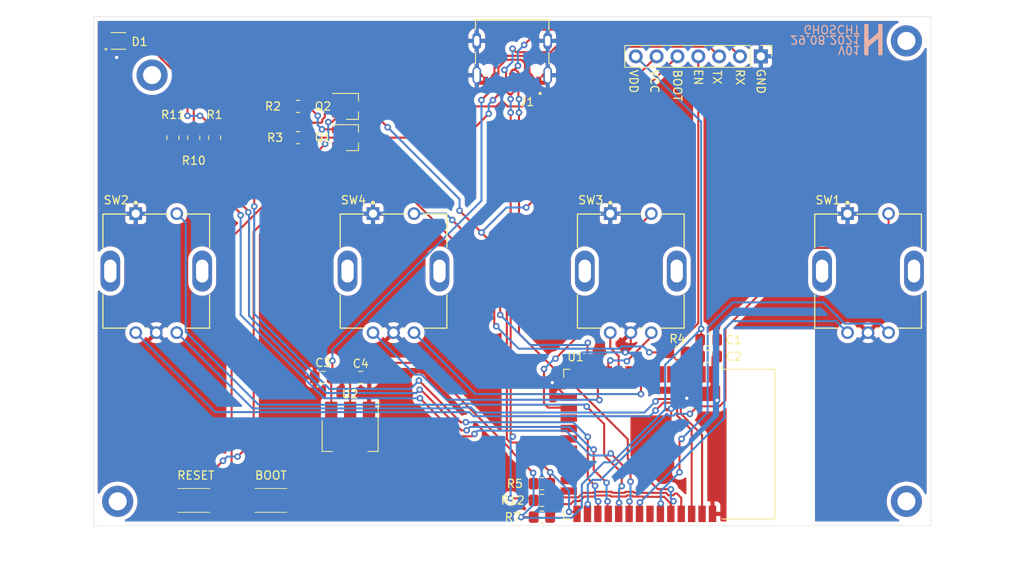
<source format=kicad_pcb>
(kicad_pcb (version 20211014) (generator pcbnew)

  (general
    (thickness 1.6)
  )

  (paper "A4")
  (title_block
    (title "LightControl Console")
    (date "2021-08-19")
    (rev "v01")
    (comment 4 "Author: GHOSCHT")
  )

  (layers
    (0 "F.Cu" signal)
    (31 "B.Cu" signal)
    (32 "B.Adhes" user "B.Adhesive")
    (33 "F.Adhes" user "F.Adhesive")
    (34 "B.Paste" user)
    (35 "F.Paste" user)
    (36 "B.SilkS" user "B.Silkscreen")
    (37 "F.SilkS" user "F.Silkscreen")
    (38 "B.Mask" user)
    (39 "F.Mask" user)
    (40 "Dwgs.User" user "User.Drawings")
    (41 "Cmts.User" user "User.Comments")
    (42 "Eco1.User" user "User.Eco1")
    (43 "Eco2.User" user "User.Eco2")
    (44 "Edge.Cuts" user)
    (45 "Margin" user)
    (46 "B.CrtYd" user "B.Courtyard")
    (47 "F.CrtYd" user "F.Courtyard")
    (48 "B.Fab" user)
    (49 "F.Fab" user)
  )

  (setup
    (pad_to_mask_clearance 0)
    (grid_origin 169.672 108.712)
    (pcbplotparams
      (layerselection 0x00010fc_ffffffff)
      (disableapertmacros false)
      (usegerberextensions true)
      (usegerberattributes true)
      (usegerberadvancedattributes true)
      (creategerberjobfile true)
      (svguseinch false)
      (svgprecision 6)
      (excludeedgelayer true)
      (plotframeref false)
      (viasonmask false)
      (mode 1)
      (useauxorigin false)
      (hpglpennumber 1)
      (hpglpenspeed 20)
      (hpglpendiameter 15.000000)
      (dxfpolygonmode true)
      (dxfimperialunits true)
      (dxfusepcbnewfont true)
      (psnegative false)
      (psa4output false)
      (plotreference true)
      (plotvalue false)
      (plotinvisibletext false)
      (sketchpadsonfab false)
      (subtractmaskfromsilk true)
      (outputformat 1)
      (mirror false)
      (drillshape 0)
      (scaleselection 1)
      (outputdirectory "Gerber/")
    )
  )

  (net 0 "")
  (net 1 "VDD")
  (net 2 "Net-(D1-Pad1)")
  (net 3 "Net-(D1-Pad3)")
  (net 4 "GND")
  (net 5 "VCC")
  (net 6 "RTS")
  (net 7 "DTR")
  (net 8 "Net-(D1-Pad2)")
  (net 9 "EN")
  (net 10 "BOOT")
  (net 11 "Net-(Q1-Pad1)")
  (net 12 "Net-(Q2-Pad1)")
  (net 13 "LEDR")
  (net 14 "LEDG")
  (net 15 "LEDB")
  (net 16 "Net-(R12-Pad2)")
  (net 17 "unconnected-(U1-Pad4)")
  (net 18 "unconnected-(U1-Pad5)")
  (net 19 "unconnected-(U1-Pad6)")
  (net 20 "unconnected-(U1-Pad7)")
  (net 21 "BTN4")
  (net 22 "BTN3")
  (net 23 "BTN2")
  (net 24 "BTN1")
  (net 25 "ENC4B")
  (net 26 "ENC4A")
  (net 27 "ENC3B")
  (net 28 "ENC3A")
  (net 29 "ENC2B")
  (net 30 "ENC2A")
  (net 31 "ENC1B")
  (net 32 "ENC1A")
  (net 33 "TX")
  (net 34 "RX")
  (net 35 "unconnected-(U1-Pad9)")
  (net 36 "unconnected-(U1-Pad14)")
  (net 37 "unconnected-(U1-Pad17)")
  (net 38 "unconnected-(U1-Pad18)")
  (net 39 "unconnected-(U1-Pad19)")
  (net 40 "unconnected-(U1-Pad20)")
  (net 41 "unconnected-(U1-Pad21)")
  (net 42 "unconnected-(U1-Pad22)")
  (net 43 "unconnected-(U1-Pad23)")
  (net 44 "unconnected-(U1-Pad24)")
  (net 45 "unconnected-(U1-Pad32)")

  (footprint "Package_TO_SOT_SMD:SOT-223-3_TabPin2" (layer "F.Cu") (at 126.492 115.824 -90))

  (footprint "MountingHole:MountingHole_2.2mm_M2_DIN965_Pad" (layer "F.Cu") (at 194.272 123.812))

  (footprint "Bourns-PEC11R-4220F-S0012:Bourns-PEC11R-4220F-S0012-MFG" (layer "F.Cu") (at 131.779 95.758))

  (footprint "Resistor_SMD:R_0805_2012Metric_Pad1.20x1.40mm_HandSolder" (layer "F.Cu") (at 120.142 75.692))

  (footprint "Bourns-PEC11R-4220F-S0012:Bourns-PEC11R-4220F-S0012-MFG" (layer "F.Cu") (at 189.597 95.758))

  (footprint "Resistor_SMD:R_0805_2012Metric_Pad1.20x1.40mm_HandSolder" (layer "F.Cu") (at 120.142 79.502 180))

  (footprint "Resistor_SMD:R_0805_2012Metric_Pad1.20x1.40mm_HandSolder" (layer "F.Cu") (at 107.442 79.502 -90))

  (footprint "Connector_PinHeader_2.54mm:PinHeader_1x07_P2.54mm_Vertical" (layer "F.Cu") (at 176.535 69.596 -90))

  (footprint "SKRKAEE020:SKRKAEE020" (layer "F.Cu") (at 107.442 123.698))

  (footprint "SKRKAEE020:SKRKAEE020" (layer "F.Cu") (at 116.84 123.698))

  (footprint "Resistor_SMD:R_0805_2012Metric_Pad1.20x1.40mm_HandSolder" (layer "F.Cu") (at 104.902 79.502 -90))

  (footprint "HRO_TYPE-C-31-M-12:HRO_TYPE-C-31-M-12" (layer "F.Cu") (at 146.24 67.712 180))

  (footprint "Capacitor_SMD:C_0805_2012Metric_Pad1.18x1.45mm_HandSolder" (layer "F.Cu") (at 170.18 104.14))

  (footprint "Resistor_SMD:R_0805_2012Metric_Pad1.20x1.40mm_HandSolder" (layer "F.Cu") (at 166.37 105.664))

  (footprint "Resistor_SMD:R_0805_2012Metric_Pad1.20x1.40mm_HandSolder" (layer "F.Cu") (at 149.86 123.698))

  (footprint "Bourns-PEC11R-4220F-S0012:Bourns-PEC11R-4220F-S0012-MFG" (layer "F.Cu") (at 160.688 95.758))

  (footprint "MountingHole:MountingHole_2.2mm_M2_DIN965_Pad" (layer "F.Cu") (at 102.362 71.882))

  (footprint "Capacitor_SMD:C_0805_2012Metric_Pad1.18x1.45mm_HandSolder" (layer "F.Cu") (at 127.7835 108.712))

  (footprint "Package_TO_SOT_SMD:SOT-23_Handsoldering" (layer "F.Cu") (at 126.746 75.692))

  (footprint "Capacitor_SMD:C_0805_2012Metric_Pad1.18x1.45mm_HandSolder" (layer "F.Cu") (at 170.18 106.172))

  (footprint "Capacitor_SMD:C_0805_2012Metric_Pad1.18x1.45mm_HandSolder" (layer "F.Cu") (at 123.2115 108.712 180))

  (footprint "Resistor_SMD:R_0805_2012Metric_Pad1.20x1.40mm_HandSolder" (layer "F.Cu") (at 149.86 125.73))

  (footprint "MountingHole:MountingHole_2.2mm_M2_DIN965_Pad" (layer "F.Cu") (at 98.172 123.812))

  (footprint "TJ-S1615CY6TGLCCSRGB-A5:TJ-S1615CY6TGLCCSRGB-A5" (layer "F.Cu") (at 98.272 67.712))

  (footprint "RF_Module:ESP32-WROOM-32" (layer "F.Cu") (at 162.39 116.84 -90))

  (footprint "MountingHole:MountingHole_2.2mm_M2_DIN965_Pad" (layer "F.Cu") (at 194.272 67.712))

  (footprint "Package_TO_SOT_SMD:SOT-23_Handsoldering" (layer "F.Cu") (at 126.746 79.502))

  (footprint "Resistor_SMD:R_0805_2012Metric_Pad1.20x1.40mm_HandSolder" (layer "F.Cu") (at 149.86 121.666))

  (footprint "Bourns-PEC11R-4220F-S0012:Bourns-PEC11R-4220F-S0012-MFG" (layer "F.Cu") (at 102.87 95.758))

  (footprint "Resistor_SMD:R_0805_2012Metric_Pad1.20x1.40mm_HandSolder" (layer "F.Cu") (at 109.982 79.502 -90))

  (footprint "logo:logo" (layer "B.Cu") (at 190.246 67.564 180))

  (gr_line (start 197.2425 64.77) (end 197.2425 126.7775) (layer "Edge.Cuts") (width 0.05) (tstamp 00000000-0000-0000-0000-0000611f32bd))
  (gr_line (start 95.2385 64.77) (end 95.2385 126.7775) (layer "Edge.Cuts") (width 0.05) (tstamp 00000000-0000-0000-0000-0000611f32c0))
  (gr_line (start 95.2385 126.7775) (end 197.2425 126.7775) (layer "Edge.Cuts") (width 0.05) (tstamp 00000000-0000-0000-0000-0000611f365d))
  (gr_line (start 197.2425 64.77) (end 95.2385 64.77) (layer "Edge.Cuts") (width 0.05) (tstamp 4e0c64dd-f348-4f5d-bdb3-f38525a89a3b))
  (gr_text "29.08.2021" (at 184.404 67.564 180) (layer "B.SilkS") (tstamp 16d979bc-5b09-45df-acde-0ef73a57785f)
    (effects (font (size 1 1) (thickness 0.15)) (justify mirror))
  )
  (gr_text "V01" (at 187.325 68.834 180) (layer "B.SilkS") (tstamp 35cb68f1-fd20-49e7-8b81-8ffdb417071e)
    (effects (font (size 1 1) (thickness 0.15)) (justify mirror))
  )
  (gr_text "GHOSCHT" (at 185.166 66.294 180) (layer "B.SilkS") (tstamp d01ae736-64c8-47b9-817e-57be4d72b8c3)
    (effects (font (size 1 1) (thickness 0.15)) (justify mirror))
  )
  (gr_text "VCC" (at 163.576 72.644 270) (layer "F.SilkS") (tstamp 054e13ee-d6e1-45a0-9d1c-6b5f895c8a72)
    (effects (font (size 1 1) (thickness 0.15)))
  )
  (gr_text "VDD" (at 161.036 72.644 270) (layer "F.SilkS") (tstamp 1b0821b9-4428-4bf8-9e01-2267b616a894)
    (effects (font (size 1 1) (thickness 0.15)))
  )
  (gr_text "RX" (at 173.99 72.136 270) (layer "F.SilkS") (tstamp 792e8545-7be7-46bb-89cc-21c755250470)
    (effects (font (size 1 1) (thickness 0.15)))
  )
  (gr_text "EN" (at 168.91 72.136 270) (layer "F.SilkS") (tstamp 96f7ed8a-3ec1-453e-b6b0-58dfe4c2c425)
    (effects (font (size 1 1) (thickness 0.15)))
  )
  (gr_text "GND" (at 176.53 72.644 270) (layer "F.SilkS") (tstamp a87dd78f-a985-4a5a-a713-a7a8730f3d83)
    (effects (font (size 1 1) (thickness 0.15)))
  )
  (gr_text "RESET" (at 107.696 120.65) (layer "F.SilkS") (tstamp d3beebe0-c3be-42e7-b903-8d54a7dd6e53)
    (effects (font (size 1 1) (thickness 0.15)))
  )
  (gr_text "BOOT" (at 116.84 120.65) (layer "F.SilkS") (tstamp d6308092-a776-4608-a1c9-485b50d511f4)
    (effects (font (size 1 1) (thickness 0.15)))
  )
  (gr_text "TX" (at 171.196 72.136 270) (layer "F.SilkS") (tstamp eb1c5eb1-c501-4daf-85a8-75c35a1a05d0)
    (effects (font (size 1 1) (thickness 0.15)))
  )
  (gr_text "BOOT" (at 166.37 73.152 270) (layer "F.SilkS") (tstamp fa2033cf-222b-42ff-a7bd-9211240843f5)
    (effects (font (size 1 1) (thickness 0.15)))
  )

  (segment (start 126.746 106.934) (end 135.508296 106.934) (width 0.25) (layer "F.Cu") (net 1) (tstamp 088a22a0-83c0-4b51-b4db-dffc23d49def))
  (segment (start 167.37 105.664) (end 168.6345 105.664) (width 0.25) (layer "F.Cu") (net 1) (tstamp 11f1db68-1da3-4f49-bd4d-e56e0ee7e169))
  (segment (start 148.86 120.420598) (end 148.793078 120.353676) (width 0.25) (layer "F.Cu") (net 1) (tstamp 19c5cc95-d261-4542-9740-21da267af372))
  (segment (start 169.265687 104.016813) (end 169.265687 102.792911) (width 0.25) (layer "F.Cu") (net 1) (tstamp 36c0ead4-4ec6-4dad-9feb-b959a74c0c1c))
  (segment (start 126.746 108.712) (end 126.746 106.934) (width 0.25) (layer "F.Cu") (net 1) (tstamp 3b6ee4ba-c161-4705-93eb-68b08ffcd12c))
  (segment (start 126.492 108.966) (end 126.746 108.712) (width 0.25) (layer "F.Cu") (net 1) (tstamp 4039c8b3-623a-49b0-abaa-3a88398be327))
  (segment (start 126.492 112.674) (end 126.492 108.966) (width 0.25) (layer "F.Cu") (net 1) (tstamp 4cda7d21-5e88-4c92-847e-3dfc21c107e8))
  (segment (start 135.508296 106.934) (end 146.244806 117.67051) (width 0.25) (layer "F.Cu") (net 1) (tstamp 529ecebd-169b-4544-903c-a6499339fe26))
  (segment (start 168.6345 105.664) (end 169.1425 106.172) (width 0.25) (layer "F.Cu") (net 1) (tstamp 6a13c3cb-e364-45cf-8810-62d997a983ad))
  (segment (start 169.375 103.8645) (end 169.1425 103.632) (width 0.25) (layer "F.Cu") (net 1) (tstamp 88c9507a-2a83-4a19-9b2f-063c2ae893b6))
  (segment (start 169.1425 104.14) (end 169.265687 104.016813) (width 0.25) (layer "F.Cu") (net 1) (tstamp b4e390a8-02fb-4d73-a905-dba167c32d82))
  (segment (start 146.244806 117.805404) (end 148.793078 120.353676) (width 0.25) (layer "F.Cu") (net 1) (tstamp c5e51ee8-e1b4-447c-b85d-325a15f38e3b))
  (segment (start 146.244806 117.67051) (end 146.244806 117.805404) (width 0.25) (layer "F.Cu") (net 1) (tstamp cbd6ade4-31a8-4198-9a79-0c612d8f7653))
  (segment (start 148.86 125.73) (end 147.32 125.73) (width 0.25) (layer "F.Cu") (net 1) (tstamp d3b48a45-3ad5-4552-aa1a-78ec1421fd02))
  (segment (start 169.375 108.34) (end 169.375 103.8645) (width 0.25) (layer "F.Cu") (net 1) (tstamp f61df1d2-7448-4572-9971-24b34507306e))
  (segment (start 148.86 121.666) (end 148.86 120.420598) (width 0.25) (layer "F.Cu") (net 1) (tstamp f9cf9621-6ab8-4392-93f6-8aeb1900683a))
  (via (at 147.32 125.73) (size 0.8) (drill 0.4) (layers "F.Cu" "B.Cu") (net 1) (tstamp 18f494b8-168c-45f1-a288-0fba6305b7e0))
  (via (at 169.265687 102.792911) (size 0.8) (drill 0.4) (layers "F.Cu" "B.Cu") (net 1) (tstamp 36f8dd72-a816-4045-b4b5-da054e42e5bb))
  (via (at 148.793078 120.353676) (size 0.8) (drill 0.4) (layers "F.Cu" "B.Cu") (net 1) (tstamp 673a52ef-ef9f-4bc2-bcfb-d4c60400d7a2))
  (segment (start 157.412911 119.057489) (end 158.436807 119.057489) (width 0.25) (layer "B.Cu") (net 1) (tstamp 12c5a4d0-df7e-4d25-82a8-79ba41e376a8))
  (segment (start 148.844 120.404598) (end 148.793078 120.353676) (width 0.25) (layer "B.Cu") (net 1) (tstamp 18a78524-acf9-466a-a4dd-c4a9058090d6))
  (segment (start 158.436807 119.057489) (end 164.883499 112.610797) (width 0.25) (layer "B.Cu") (net 1) (tstamp 26071378-6c14-47d1-92dd-01bb85cdba84))
  (segment (start 147.409501 125.819501) (end 153.462099 125.819501) (width 0.25) (layer "B.Cu") (net 1) (tstamp 28bac2cf-db56-4091-806c-252368e37ab7))
  (segment (start 164.883499 107.175099) (end 169.265687 102.792911) (width 0.25) (layer "B.Cu") (net 1) (tstamp 2c2bb020-4bd8-4d3d-9b20-a435388ab538))
  (segment (start 148.844 124.206) (end 148.844 120.404598) (width 0.25) (layer "B.Cu") (net 1) (tstamp 48f33b10-94cf-4e13-a93b-0548744f9fbf))
  (segment (start 164.883499 112.610797) (end 164.883499 107.175099) (width 0.25) (layer "B.Cu") (net 1) (tstamp 4cc5143c-a23f-478e-a531-bd32851988f6))
  (segment (start 169.265687 77.566687) (end 169.265687 102.792911) (width 0.25) (layer "B.Cu") (net 1) (tstamp 67d23f98-51ae-4548-884a-d1c169d4887a))
  (segment (start 154.723499 121.746901) (end 157.412911 119.057489) (width 0.25) (layer "B.Cu") (net 1) (tstamp ad0561dd-f7bc-4cce-a8cd-6a6aa9e93d82))
  (segment (start 161.295 69.596) (end 169.265687 77.566687) (width 0.25) (layer "B.Cu") (net 1) (tstamp ae0bce18-5b89-44eb-ac7e-737b1843facb))
  (segment (start 147.32 125.73) (end 147.409501 125.819501) (width 0.25) (layer "B.Cu") (net 1) (tstamp baca1873-0d18-435a-8994-c73fa197d062))
  (segment (start 147.32 125.73) (end 148.844 124.206) (width 0.25) (layer "B.Cu") (net 1) (tstamp cbd33141-8b51-4dfc-9b28-384b0f68be5d))
  (segment (start 153.462099 125.819501) (end 154.723499 124.558101) (width 0.25) (layer "B.Cu") (net 1) (tstamp e3c04be6-f3c1-453f-bafc-ee027946d0a6))
  (segment (start 154.723499 124.558101) (end 154.723499 121.746901) (width 0.25) (layer "B.Cu") (net 1) (tstamp f73ec37c-d444-46be-8242-807deb46513d))
  (segment (start 97.247 67.187) (end 96.647489 67.786511) (width 0.25) (layer "F.Cu") (net 2) (tstamp 0abcf740-3ffb-4ab1-982c-adad02fe935a))
  (segment (start 96.647489 67.786511) (end 96.647489 70.247489) (width 0.25) (layer "F.Cu") (net 2) (tstamp 3167db10-c163-453b-9418-211b37e6b38a))
  (segment (start 97.397 67.187) (end 97.247 67.187) (width 0.25) (layer "F.Cu") (net 2) (tstamp c7ce8319-ccb6-458d-8308-9f13935572b9))
  (segment (start 96.647489 70.247489) (end 104.902 78.502) (width 0.25) (layer "F.Cu") (net 2) (tstamp e601fb55-888c-48d6-9af1-cd87e9bacb2f))
  (segment (start 106.68 73.054065) (end 106.68 76.835) (width 0.25) (layer "F.Cu") (net 3) (tstamp 1539d17f-9f51-415a-8178-946cfa8f3b6a))
  (segment (start 108.315 76.835) (end 109.982 78.502) (width 0.25) (layer "F.Cu") (net 3) (tstamp 2a1d8883-e18d-402a-84fc-ad8e85d8795c))
  (segment (start 101.862935 68.237) (end 106.68 73.054065) (width 0.25) (layer "F.Cu") (net 3) (tstamp 376196f1-8fce-4770-9457-b487934b9ed4))
  (segment (start 99.147 68.237) (end 101.862935 68.237) (width 0.25) (layer "F.Cu") (net 3) (tstamp f428de52-b08f-45cf-ae6b-295810639f31))
  (segment (start 108.204 76.835) (end 108.315 76.835) (width 0.25) (layer "F.Cu") (net 3) (tstamp f4c43b34-9a5d-4762-a7e6-dea8c56abec4))
  (via (at 106.68 76.835) (size 0.8) (drill 0.4) (layers "F.Cu" "B.Cu") (net 3) (tstamp 40ac937a-42dd-43fb-b13a-a47e14eaf858))
  (via (at 108.204 76.835) (size 0.8) (drill 0.4) (layers "F.Cu" "B.Cu") (net 3) (tstamp 462f3a13-0050-4845-84df-8be913b4f9b0))
  (segment (start 106.68 76.835) (end 108.204 76.835) (width 0.25) (layer "B.Cu") (net 3) (tstamp c758efbf-7c0f-459a-96c8-1a06bf5265af))
  (segment (start 170.645 109.59) (end 170.645 108.34) (width 0.25) (layer "F.Cu") (net 4) (tstamp 1d41185e-00bf-49cf-b73d-9dd22f2fa181))
  (segment (start 170.645 110.955) (end 171.196 111.506) (width 0.25) (layer "F.Cu") (net 4) (tstamp 3fabc56d-5368-4769-af0d-b070b18b2bc0))
  (segment (start 97.397 68.237) (end 97.397 69.076) (width 0.25) (layer "F.Cu") (net 4) (tstamp 4ab0c4e1-5809-43ab-9183-5ee1cd9bbe85))
  (segment (start 170.645 108.34) (end 170.645 110.955) (width 0.25) (layer "F.Cu") (net 4) (tstamp 5d376d86-8c3c-4fca-9025-9bbc8031d447))
  (segment (start 160.688 104.996) (end 160.688 103.258) (width 0.25) (layer "F.Cu") (net 4) (tstamp 688a8d01-96b6-4fd1-8b70-c7081fc0c2c8))
  (segment (start 160.02 105.664) (end 160.688 104.996) (width 0.25) (layer "F.Cu") (net 4) (tstamp 69e37028-10fb-44ac-b45f-a1dd6ea5709f))
  (segment (start 128.792 112.674) (end 128.792 108.741) (width 0.25) (layer "F.Cu") (net 4) (tstamp 70b95cb7-ef7c-4b9c-b3f9-804760251320))
  (segment (start 128.792 108.741) (end 128.821 108.712) (width 0.25) (layer "F.Cu") (net 4) (tstamp 74d4ed13-1f16-4039-8f5f-23cc99dfbffe))
  (segment (start 167.513 111.252) (end 168.983 111.252) (width 0.25) (layer "F.Cu") (net 4) (tstamp 9459d2d2-d254-4b9a-a4ec-f8308da3f955))
  (segment (start 97.397 69.076) (end 98.044 69.723) (width 0.25) (layer "F.Cu") (net 4) (tstamp a3545a7f-122c-4006-bea4-6da57bddad82))
  (segment (start 171.2175 105.664) (end 171.2175 103.632) (width 0.25) (layer "F.Cu") (net 4) (tstamp aad88616-d05d-4372-a336-311c43e4cd9b))
  (segment (start 165.608 113.377) (end 165.608 112.522) (width 0.25) (layer "F.Cu") (net 4) (tstamp b38f749f-79ab-4cfe-bdaa-f04102426519))
  (segment (start 168.983 111.252) (end 170.645 109.59) (width 0.25) (layer "F.Cu") (net 4) (tstamp b79c6e1c-079c-44aa-ac77-3b7b1658c08e))
  (segment (start 152.908 111.125) (end 151.13 109.347) (width 0.25) (layer "F.Cu") (net 4) (tstamp bc7334a1-8ced-4648-8433-7c3323416bed))
  (segment (start 170.645 108.34) (end 170.645 106.2365) (width 0.25) (layer "F.Cu") (net 4) (tstamp bd2b30b5-614c-410f-bb7c-690817b4a07b))
  (segment (start 153.135 111.125) (end 152.908 111.125) (width 0.25) (layer "F.Cu") (net 4) (tstamp c990f27c-044a-4af5-9ff6-a78efd4d87c8))
  (segment (start 163.145 115.84) (end 165.608 113.377) (width 0.25) (layer "F.Cu") (net 4) (tstamp ce276b62-5ead-4488-a111-a7035216a314))
  (segment (start 170.645 106.2365) (end 171.2175 105.664) (width 0.25) (layer "F.Cu") (net 4) (tstamp d6bb2edc-88a7-4cb8-9bb1-718f1625039b))
  (via (at 165.608 112.522) (size 0.8) (drill 0.4) (layers "F.Cu" "B.Cu") (net 4) (tstamp 6ffe0123-4272-4b17-8f04-027b580bf6c4))
  (via (at 151.13 109.347) (size 0.8) (drill 0.4) (layers "F.Cu" "B.Cu") (net 4) (tstamp 7cca83ff-e73d-4558-9774-41ba4f4a6f5b))
  (via (at 167.513 111.252) (size 0.8) (drill 0.4) (layers "F.Cu" "B.Cu") (net 4) (tstamp 82cd8e01-f235-4947-a9d4-594966b5ddd3))
  (via (at 171.196 111.506) (size 0.8) (drill 0.4) (layers "F.Cu" "B.Cu") (net 4) (tstamp 933a93b2-f702-4f6e-b941-50a831c45a41))
  (via (at 98.044 69.723) (size 0.8) (drill 0.4) (layers "F.Cu" "B.Cu") (net 4) (tstamp cc129bbc-b653-4b94-8044-040d3369ddac))
  (via (at 160.02 105.664) (size 0.8) (drill 0.4) (layers "F.Cu" "B.Cu") (net 4) (tstamp d615a2d4-3155-48a9-85c4-76bf282a34a3))
  (segment (start 165.608 112.522) (end 166.243 112.522) (width 0.25) (layer "B.Cu") (net 4) (tstamp 3cf5bdc1-b600-47a3-a53f-cdb935058bb9))
  (segment (start 151.13 109.347) (end 154.813 105.664) (width 0.25) (layer "B.Cu") (net 4) (tstamp 72a27367-0830-4da6-bb4f-a7df177cc4fe))
  (segment (start 154.813 105.664) (end 160.02 105.664) (width 0.25) (layer "B.Cu") (net 4) (tstamp 9ec3eb52-92e6-4df9-99df-b3bc71830dd4))
  (segment (start 166.243 112.522) (end 167.513 111.252) (width 0.25) (layer "B.Cu") (net 4) (tstamp ca41a3b4-ce4c-45dc-b498-297651b3d618))
  (segment (start 124.333 106.68) (end 124.333 108.628) (width 0.25) (layer "F.Cu") (net 5) (tstamp 25879aeb-b3ee-4606-b745-e746f4f8ecea))
  (segment (start 148.69 71.946629) (end 148.69 72.807) (width 0.25) (layer "F.Cu") (net 5) (tstamp 2f8205bf-b0c2-4453-935c-94f654641bb7))
  (segment (start 148.149031 69.536031) (end 148.336 69.723) (width 0.25) (layer "F.Cu") (net 5) (tstamp 3d92e49d-acdb-45f4-979c-3989d737aa55))
  (segment (start 148.336 71.592629) (end 148.69 71.946629) (width 0.25) (layer "F.Cu") (net 5) (tstamp 4430538c-ce60-40c1-aa31-8fe26b2a478d))
  (segment (start 124.333 108.628) (end 124.249 108.712) (width 0.25) (layer "F.Cu") (net 5) (tstamp 536f2431-911f-4923-8cf7-d1071fdb43fa))
  (segment (start 143.79 73.634) (end 142.494 74.93) (width 0.25) (layer "F.Cu") (net 5) (tstamp 671af102-bf2d-45d8-9160-0cc1aa54ad77))
  (segment (start 148.764511 73.856511) (end 148.69 73.782) (width 0.25) (layer "F.Cu") (net 5) (tstamp 703ffce5-42be-4743-b507-cad291f69103))
  (segment (start 124.192 108.769) (end 124.249 108.712) (width 0.25) (layer "F.Cu") (net 5) (tstamp 773f0651-7335-4b51-8541-72b2052881b7))
  (segment (start 148.69 73.782) (end 148.69 72.807) (width 0.25) (layer "F.Cu") (net 5) (tstamp 782f3c1d-303e-4a4a-9239-f1fb094dcf90))
  (segment (start 144.074521 71.662108) (end 144.074521 69.793479) (width 0.25) (layer "F.Cu") (net 5) (tstamp 7dd2a392-b08f-4435-af44-f5afe3575065))
  (segment (start 163.835 69.596) (end 159.574489 73.856511) (width 0.25) (layer "F.Cu") (net 5) (tstamp 7e13f7b6-30b9-4395-96ac-aee68d7ab483))
  (segment (start 124.192 112.674) (end 124.192 108.769) (width 0.25) (layer "F.Cu") (net 5) (tstamp 832704f3-7f3c-4099-bf62-a6fd1e5d7fff))
  (segment (start 144.331969 69.536031) (end 148.149031 69.536031) (width 0.25) (layer "F.Cu") (net 5) (tstamp 857aae66-d8e8-481f-a7fc-40fec5207c3a))
  (segment (start 143.79 72.807) (end 143.79 73.634) (width 0.25) (layer "F.Cu") (net 5) (tstamp 8ceaf500-4f39-4dce-8a8e-56e2511f9db3))
  (segment (start 148.336 69.723) (end 148.336 71.592629) (width 0.25) (layer "F.Cu") (net 5) (tstamp 90140a8a-2e43-4ffb-b090-44503fe1ba4e))
  (segment (start 143.79 71.946629) (end 144.074521 71.662108) (width 0.25) (layer "F.Cu") (net 5) (tstamp 935ae97a-b69a-46b5-9cc9-54f1fe1c45d9))
  (segment (start 159.574489 73.856511) (end 148.764511 73.856511) (width 0.25) (layer "F.Cu") (net 5) (tstamp a8dd0adc-f647-4e46-a325-13a6f4e6bbd6))
  (segment (start 143.79 72.807) (end 143.79 71.946629) (width 0.25) (layer "F.Cu") (net 5) (tstamp d52f7394-0eb4-4ebc-88f8-9b877801dd86))
  (segment (start 144.074521 69.793479) (end 144.331969 69.536031) (width 0.25) (layer "F.Cu") (net 5) (tstamp f1456383-702e-4d6d-892b-fe0ef26adb91))
  (via (at 142.494 74.93) (size 0.8) (drill 0.4) (layers "F.Cu" "B.Cu") (net 5) (tstamp 702434ec-51f9-4735-b452-0ab101ef60a3))
  (via (at 124.333 106.68) (size 0.8) (drill 0.4) (layers "F.Cu" "B.Cu") (net 5) (tstamp 714d2dc4-8a07-4768-bc1d-69b407a5abf4))
  (segment (start 142.494 87.187004) (end 124.333 105.348004) (width 0.25) (layer "B.Cu") (net 5) (tstamp 0396b644-f490-42d7-b7f1-1990d2a07aa1))
  (segment (start 142.494 74.93) (end 142.494 87.187004) (width 0.25) (layer "B.Cu") (net 5) (tstamp 7fcb07a8-8190-4e2f-b42b-30c14ae474fb))
  (segment (start 124.333 105.348004) (end 124.333 106.68) (width 0.25) (layer "B.Cu") (net 5) (tstamp f5d661b4-4623-43e9-9824-e35d80d65125))
  (segment (start 147.49 71.7206) (end 147.49 72.807) (width 0.25) (layer "F.Cu") (net 6) (tstamp 586f53cc-17d0-425c-97ff-10906f0e41b0))
  (segment (start 147.366099 70.014499) (end 147.790501 70.438901) (width 0.25) (layer "F.Cu") (net 6) (tstamp 637350d7-0805-4150-8131-c8ca1603b957))
  (segment (start 143.891 74.93) (end 144.49 74.331) (width 0.25) (layer "F.Cu") (net 6) (tstamp 676b52ea-c195-43a7-8a6f-6a63eb0434b3))
  (segment (start 140.462 79.502) (end 143.383 76.581) (width 0.25) (layer "F.Cu") (net 6) (tstamp 874dd9ac-6139-4cb5-81f8-e09b9f53e954))
  (segment (start 144.49 71.882333) (end 144.563499 71.808834) (width 0.25) (layer "F.Cu") (net 6) (tstamp 987924be-d2b4-421d-b1b6-e6e6ebb1523e))
  (segment (start 144.49 74.331) (end 144.49 72.807) (width 0.25) (layer "F.Cu") (net 6) (tstamp 9b46ff27-a2ac-4c8e-a4df-33459b46ed11))
  (segment (start 121.142 79.502) (end 128.246 79.502) (width 0.25) (layer "F.Cu") (net 6) (tstamp a907fd8c-ce56-41a7-8c16-efc74adbc1bc))
  (segment (start 128.246 79.502) (end 140.462 79.502) (width 0.25) (layer "F.Cu") (net 6) (tstamp b01a61a4-5c75-4ef2-8038-08ff15335a71))
  (segment (start 147.790501 70.438901) (end 147.790501 71.420099) (width 0.25) (layer "F.Cu") (net 6) (tstamp b958a450-7530-40f2-83d3-e75024a14ace))
  (segment (start 144.563499 70.946901) (end 145.495901 70.014499) (width 0.25) (layer "F.Cu") (net 6) (tstamp c135b54d-b979-4b06-8bbd-fc58dc437a95))
  (segment (start 147.790501 71.420099) (end 147.49 71.7206) (width 0.25) (layer "F.Cu") (net 6) (tstamp c92f7ed3-75a4-4c73-9553-cd4e18ec68c8))
  (segment (start 145.495901 70.014499) (end 147.366099 70.014499) (width 0.25) (layer "F.Cu") (net 6) (tstamp d13907e4-d584-4cdd-948e-af0a70fd8c21))
  (segment (start 144.49 72.807) (end 144.49 71.882333) (width 0.25) (layer "F.Cu") (net 6) (tstamp d8dba0fb-e7e4-4625-a276-a5db0f18bf41))
  (segment (start 144.563499 71.808834) (end 144.563499 70.946901) (width 0.25) (layer "F.Cu") (net 6) (tstamp dbe7570f-05a7-4853-90ff-2a913a85592a))
  (via (at 143.891 74.93) (size 0.8) (drill 0.4) (layers "F.Cu" "B.Cu") (net 6) (tstamp 0b9164b3-fe59-4e29-9217-48f5d1687a09))
  (via (at 143.383 76.581) (size 0.8) (drill 0.4) (layers "F.Cu" "B.Cu") (net 6) (tstamp dec82576-74e1-4d1b-8645-a6f0fda04261))
  (segment (start 143.383 76.581) (end 143.383 75.438) (width 0.25) (layer "B.Cu") (net 6) (tstamp 5ceeec7b-80d7-4a83-8507-816e0333014e))
  (segment (start 143.383 75.438) (end 143.891 74.93) (width 0.25) (layer "B.Cu") (net 6) (tstamp 955bd763-b36e-4ab3-8ed2-391a94698d3b))
  (segment (start 119.142 75.692) (end 120.816511 74.017489) (width 0.25) (layer "F.Cu") (net 7) (tstamp 143ed33d-9e8e-4645-88ee-6b155c9f4b4a))
  (segment (start 144.311 75.692) (end 144.99 75.013) (width 0.25) (layer "F.Cu") (net 7) (tstamp 1722ac7d-d54b-4103-a50c-a8f9f658ce92))
  (segment (start 144.99 72.807) (end 144.99 75.013) (width 0.25) (layer "F.Cu") (net 7) (tstamp 22bac768-9dea-4488-97b4-94a38da1de80))
  (segment (start 120.816511 74.017489) (end 126.571489 74.017489) (width 0.25) (layer "F.Cu") (net 7) (tstamp 26422f7f-0a6e-41a9-8d17-5f91fcaeb141))
  (segment (start 128.246 75.692) (end 144.311 75.692) (width 0.25) (layer "F.Cu") (net 7) (tstamp 76ca2d8a-3b9c-40e5-ad1d-14e0a50d4470))
  (segment (start 144.99 75.013) (end 145.669 75.692) (width 0.25) (layer "F.Cu") (net 7) (tstamp 76dbace7-e34e-4a26-aee1-5a4aa6f60f99))
  (segment (start 147.447 75.692) (end 147.99 75.149) (width 0.25) (layer "F.Cu") (net 7) (tstamp 94babe6b-4807-4542-a2d9-19a49b69ed94))
  (segment (start 126.571489 74.017489) (end 128.246 75.692) (width 0.25) (layer "F.Cu") (net 7) (tstamp aedb664c-46aa-4cb3-9e11-10f6e437d14a))
  (segment (start 147.99 75.149) (end 147.99 72.807) (width 0.25) (layer "F.Cu") (net 7) (tstamp cdbd66e5-8cec-48db-b8bf-2fe444382aef))
  (segment (start 145.669 75.692) (end 147.447 75.692) (width 0.25) (layer "F.Cu") (net 7) (tstamp f8e9fb03-50e8-4641-8ffc-e8290b35c12d))
  (segment (start 101.448639 67.187) (end 107.442 73.180361) (width 0.25) (layer "F.Cu") (net 8) (tstamp 30224f6e-2d91-40e3-b299-b88771ca2366))
  (segment (start 107.442 73.180361) (end 107.442 78.502) (width 0.25) (layer "F.Cu") (net 8) (tstamp cab0095c-a329-4b90-975f-6fe345320c85))
  (segment (start 99.147 67.187) (end 101.448639 67.187) (width 0.25) (layer "F.Cu") (net 8) (tstamp e20b88d7-b22c-40c5-bfee-bb5052d62dcd))
  (segment (start 110.998 118.872) (end 106.172 123.698) (width 0.25) (layer "F.Cu") (net 9) (tstamp 35c1d841-280c-419e-a8bc-24c24651498e))
  (segment (start 168.105 107.09) (end 168.105 108.34) (width 0.25) (layer "F.Cu") (net 9) (tstamp 40be6e20-3bbe-4193-aa41-6e53bc3fd9c1))
  (segment (start 168.915 102.119) (end 165.37 105.664) (width 0.25) (layer "F.Cu") (net 9) (tstamp 43771369-3a0f-4a77-95be-41c74c61629c))
  (segment (start 127.527944 80.452) (end 144.055499 96.979555) (width 0.25) (layer "F.Cu") (net 9) (tstamp 48bb37bc-56c9-4bd9-906b-077417e2f6eb))
  (segment (start 114.74 116.4) (end 112.776 118.364) (width 0.25) (layer "F.Cu") (net 9) (tstamp 550b26c9-1cee-47c6-81a9-45e6d70bb39c))
  (segment (start 114.74 90.958) (end 114.74 116.4) (width 0.25) (layer "F.Cu") (net 9) (tstamp 699b6899-9e6e-464b-a25f-778a1f50f9ad))
  (segment (start 166.39452 106.68852) (end 167.70352 106.68852) (width 0.25) (layer "F.Cu") (net 9) (tstamp 7ba00045-85a5-49e8-a168-105bacded06f))
  (segment (start 144.055499 102.234999) (end 144.3095 102.489) (width 0.25) (layer "F.Cu") (net 9) (tstamp 93dfb4c1-178e-4371-82d2-a55b7a918ced))
  (segment (start 167.70352 106.68852) (end 168.105 107.09) (width 0.25) (layer "F.Cu") (net 9) (tstamp 99cc5bd8-4116-4466-92bf-8c0b96a43d88))
  (segment (start 162.941 105.664) (end 165.37 105.664) (width 0.25) (layer "F.Cu") (net 9) (tstamp a1643ffb-e1c7-4666-beac-92544dcd87df))
  (segment (start 144.055499 96.979555) (end 144.055499 102.234999) (width 0.25) (layer "F.Cu") (net 9) (tstamp aa4f0ba9-439d-47aa-8cd9-8036a0fca7c9))
  (segment (start 168.915 69.596) (end 168.915 102.119) (width 0.25) (layer "F.Cu") (net 9) (tstamp b5c2673a-56b0-4878-8b3d-7c7315da3ae2))
  (segment (start 125.246 80.452) (end 127.527944 80.452) (width 0.25) (layer "F.Cu") (net 9) (tstamp b87748fd-a744-4823-8925-d05e8bc9b6d3))
  (segment (start 106.172 123.698) (end 105.342 123.698) (width 0.25) (layer "F.Cu") (net 9) (tstamp e306e2f9-745c-4d74-a723-8a072f0bf2fe))
  (segment (start 165.37 105.664) (end 166.39452 106.68852) (width 0.25) (layer "F.Cu") (net 9) (tstamp e5b3f06f-0ea6-4171-a883-438d1984ea04))
  (segment (start 125.246 80.452) (end 114.74 90.958) (width 0.25) (layer "F.Cu") (net 9) (tstamp f708d326-b2e8-4907-a15e-1483c83ae139))
  (via (at 110.998 118.872) (size 0.8) (drill 0.4) (layers "F.Cu" "B.Cu") (net 9) (tstamp c6356e5b-577c-42c6-9bd3-f00136afbe3c))
  (via (at 144.3095 102.489) (size 0.8) (drill 0.4) (layers "F.Cu" "B.Cu") (net 9) (tstamp c79e664f-5047-4a5e-b89a-62f46637a33d))
  (via (at 162.941 105.664) (size 0.8) (drill 0.4) (layers "F.Cu" "B.Cu") (net 9) (tstamp ca69a730-f984-468f-9e41-48e3d9ac8adc))
  (via (at 112.776 118.364) (size 0.8) (drill 0.4) (layers "F.Cu" "B.Cu") (net 9) (tstamp caf6f403-aad6-470e-888d-255682df153c))
  (segment (start 162.216499 104.939499) (end 159.592901 104.939499) (width 0.25) (layer "B.Cu") (net 9) (tstamp 03754deb-09ec-4fc0-8a35-53d1cd2dc260))
  (segment (start 112.776 118.364) (end 111.506 118.364) (width 0.25) (layer "B.Cu") (net 9) (tstamp 6eaac6ed-ba0a-46cb-a452-f101e690df96))
  (segment (start 162.941 105.664) (end 162.216499 104.939499) (width 0.25) (layer "B.Cu") (net 9) (tstamp 7b2b9810-94bd-4f16-b113-f3de12f51a14))
  (segment (start 159.592901 104.939499) (end 159.31791 105.21449) (width 0.25) (layer "B.Cu") (net 9) (tstamp 8720189a-ba44-493f-8a68-874cad595cc7))
  (segment (start 111.506 118.364) (end 110.998 118.872) (width 0.25) (layer "B.Cu") (net 9) (tstamp 9f4824f9-0dba-48f0-8b42-3d3ea405c2ae))
  (segment (start 159.31791 105.21449) (end 147.03499 105.21449) (width 0.25) (layer "B.Cu") (net 9) (tstamp aa26e442-c86b-4ceb-80aa-75f6b1bd05c9))
  (segment (start 147.03499 105.21449) (end 144.3095 102.489) (width 0.25) (layer "B.Cu") (net 9) (tstamp e994e8d3-4fd0-45c9-a069-183f214d0d00))
  (segment (start 146.012122 116.648022) (end 147.255022 116.648022) (width 0.25) (layer "F.Cu") (net 10) (tstamp 10c4ff6a-da19-418e-bb70-84886c297f4b))
  (segment (start 145.58772 94.15272) (end 145.58772 116.22362) (width 0.25) (layer "F.Cu") (net 10) (tstamp 18cd8069-006d-4344-9db6-059dfea644ab))
  (segment (start 142.494 91.059) (end 145.58772 94.15272) (width 0.25) (layer "F.Cu") (net 10) (tstamp 1c42ed20-931e-48cf-a397-f52e9a1d8de9))
  (segment (start 153.162 125.095) (end 153.89 125.095) (width 0.25) (layer "F.Cu") (net 10) (tstamp 1cbd2581-876b-41ac-afe7-787b1c053faa))
  (segment (start 125.246 76.642) (end 129.474 76.642) (width 0.25) (layer "F.Cu") (net 10) (tstamp 1e815f70-a39c-40f6-8c01-75628ccb2ee6))
  (segment (start 129.474 76.642) (end 131.064 78.232) (width 0.25) (layer "F.Cu") (net 10) (tstamp 21fd534d-c461-4b45-81b0-fd06d8284fab))
  (segment (start 112.051499 91.665101) (end 112.051499 121.009499) (width 0.25) (layer "F.Cu") (net 10) (tstamp 2620923d-7d78-4536-a161-436b4c06a726))
  (segment (start 124.291 77.597) (end 125.246 76.642) (width 0.25) (layer "F.Cu") (net 10) (tstamp 4892fc57-3d67-4bd0-97ca-d0abda4e9acb))
  (segment (start 123.825 77.597) (end 124.291 77.597) (width 0.25) (layer "F.Cu") (net 10) (tstamp 4ff3353c-603b-407a-878b-c2a3c7b07414))
  (segment (start 147.255022 116.648022) (end 150.876 120.269) (width 0.25) (layer "F.Cu") (net 10) (tstamp 519b7705-18d3-4980-9365-bce398f88434))
  (segment (start 123.444 80.264) (end 123.444 80.2726) (width 0.25) (layer "F.Cu") (net 10) (tstamp 5c1f7006-ea07-4030-a81b-49949acac72b))
  (segment (start 139.827 88.392) (end 142.494 91.059) (width 0.25) (layer "F.Cu") (net 10) (tstamp 6891ccdd-be7c-407f-a455-8c98eb62e127))
  (segment (start 153.89 125.095) (end 154.135 125.34) (width 0.25) (layer "F.Cu") (net 10) (tstamp 83e0c9b5-283b-4771-9158-a56e6195e6fd))
  (segment (start 145.58772 116.22362) (end 146.012122 116.648022) (width 0.25) (layer "F.Cu") (net 10) (tstamp 84d4e849-82d4-423b-95b7-9c7e89c3c290))
  (segment (start 166.375 69.596) (end 147.96 88.011) (width 0.25) (layer "F.Cu") (net 10) (tstamp 8c31029c-2e61-4861-ae19-d989512db91a))
  (segment (start 112.051499 121.009499) (end 114.74 123.698) (width 0.25) (layer "F.Cu") (net 10) (tstamp 983d644f-93f6-4c81-b3b3-dda4967ed234))
  (segment (start 123.444 80.2726) (end 112.051499 91.665101) (width 0.25) (layer "F.Cu") (net 10) (tstamp a5fb579b-d688-46df-ade8-9468c1d32967))
  (segment (start 150.86 121.666) (end 150.86 120.285) (width 0.25) (layer "F.Cu") (net 10) (tstamp d312b717-d00c-44a3-8703-8155d0a4ef8f))
  (segment (start 150.86 120.285) (end 150.876 120.269) (width 0.25) (layer "F.Cu") (net 10) (tstamp ebc484be-6648-4e9c-9054-bab0efba298a))
  (segment (start 147.96 88.011) (end 147.955 88.011) (width 0.25) (layer "F.Cu") (net 10) (tstamp f0794f2a-67ef-4306-b9d1-317a7a80d638))
  (via (at 153.162 125.095) (size 0.8) (drill 0.4) (layers "F.Cu" "B.Cu") (net 10) (tstamp 0d63d533-c102-4e18-8909-344e60a9aaaf))
  (via (at 142.494 91.059) (size 0.8) (drill 0.4) (layers "F.Cu" "B.Cu") (net 10) (tstamp 3b69364a-d88b-4bd9-8f9f-078b7174fc89))
  (via (at 131.064 78.232) (size 0.8) (drill 0.4) (layers "F.Cu" "B.Cu") (net 10) (tstamp 6b3100e1-6a1b-42d7-b33c-a600265924b2))
  (via (at 147.955 88.011) (size 0.8) (drill 0.4) (layers "F.Cu" "B.Cu") (net 10) (tstamp 9b148aab-ab55-456a-ab43-d18d85be9d94))
  (via (at 123.825 77.597) (size 0.8) (drill 0.4) (layers "F.Cu" "B.Cu") (net 10) (tstamp acfd454d-0fc1-4c5f-80b5-64a458e16b10))
  (via (at 123.444 80.264) (size 0.8) (drill 0.4) (layers "F.Cu" "B.Cu") (net 10) (tstamp bc109b48-31e7-4a3c-9a2f-226699d2504c))
  (via (at 150.876 120.269) (size 0.8) (drill 0.4) (layers "F.Cu" "B.Cu") (net 10) (tstamp cc020729-a9cd-41e4-893f-cd964201f752))
  (via (at 139.827 88.392) (size 0.8) (drill 0.4) (layers "F.Cu" "B.Cu") (net 10) (tstamp e0eb39bf-6d55-4c09-9c47-07a6203ecc48))
  (segment (start 123.825 79.883) (end 123.825 77.597) (width 0.25) (layer "B.Cu") (net 10) (tstamp 26794d21-9eba-4826-99a2-d9b5fb5fb572))
  (segment (start 147.955 88.011) (end 145.542 88.011) (width 0.25) (layer "B.Cu") (net 10) (tstamp 4edde2a9-5d1f-4123-998a-ed2834479d46))
  (segment (start 145.542 88.011) (end 142.494 91.059) (width 0.25) (layer "B.Cu") (net 10) (tstamp 554893ad-99ea-45be-8076-1b0073e86ec5))
  (segment (start 139.827 86.995) (end 139.827 88.392) (width 0.25) (layer "B.Cu") (net 10) (tstamp 84d8c3ee-7a18-4f72-8aae-0955f59f15c3))
  (segment (start 153.162 122.555) (end 153.162 125.095) (width 0.25) (layer "B.Cu") (net 10) (tstamp 93e4b797-c9d7-430b-aafe-bbcbd4dd5063))
  (segment (start 131.064 78.232) (end 139.827 86.995) (width 0.25) (layer "B.Cu") (net 10) (tstamp a0803f38-3477-4c90-bff8-757a81d582ce))
  (segment (start 150.876 120.269) (end 153.162 122.555) (width 0.25) (layer "B.Cu") (net 10) (tstamp b8f80b44-aab6-408d-b30e-51287e84257c))
  (segment (start 123.444 80.264) (end 123.825 79.883) (width 0.25) (layer "B.Cu") (net 10) (tstamp d5e41878-e68f-402c-a598-08a7146c51e0))
  (segment (start 123.063 78.486) (end 125.18 78.486) (width 0.25) (layer "F.Cu") (net 11) (tstamp 4806cc11-ef46-48bf-bd93-3c16f4093516))
  (segment (start 125.18 78.486) (end 125.246 78.552) (width 0.25) (layer "F.Cu") (net 11) (tstamp 4b037718-4927-495e-ba46-e2da56174a43))
  (segment (start 121.142 75.692) (end 121.410864 75.692) (width 0.25) (layer "F.Cu") (net 11) (tstamp bd060bec-4a2d-44cc-97a8-b133b5a4b5d7))
  (segment (start 121.410864 75.692) (end 122.547587 76.828723) (width 0.25) (layer "F.Cu") (net 11) (tstamp d301d753-9ec2-4aba-9bcb-2a5d2077aece))
  (via (at 122.547587 76.828723) (size 0.8) (drill 0.4) (layers "F.Cu" "B.Cu") (net 11) (tstamp 5eaa3418-aec3-4c0f-a07e-f907e7d3ed2a))
  (via (at 123.063 78.486) (size 0.8) (drill 0.4) (layers "F.Cu" "B.Cu") (net 11) (tstamp 96d1f4ff-84d1-4658-8eca-f1ae05c9e6fb))
  (segment (start 122.547587 77.970587) (end 122.547587 76.828723) (width 0.25) (layer "B.Cu") (net 11) (tstamp b73adebe-7a29-445c-8604-811dc8567164))
  (segment (start 123.063 78.486) (end 122.547587 77.970587) (width 0.25) (layer "B.Cu") (net 11) (tstamp e52b3a55-7575-4aed-98da-4a2a9c24d962))
  (segment (start 123.406501 76.990899) (end 123.406501 76.581499) (width 0.25) (layer "F.Cu") (net 12) (tstamp 434cc519-f5bb-4f79-8edb-92bb96998c8b))
  (segment (start 123.406501 76.581499) (end 125.246 74.742) (width 0.25) (layer "F.Cu") (net 12) (tstamp 69884a0b-c9c4-4511-b292-6c1f01159160))
  (segment (start 122.982099 77.686501) (end 123.100499 77.568101) (width 0.25) (layer "F.Cu") (net 12) (tstamp 745e3887-4ce8-431a-b906-ee43d7f8b312))
  (segment (start 120.957499 77.686501) (end 122.982099 77.686501) (width 0.25) (layer "F.Cu") (net 12) (tstamp 8e8366a9-9ec4-44c1-825c-1fbab9689599))
  (segment (start 123.100499 77.568101) (end 123.100499 77.296901) (width 0.25) (layer "F.Cu") (net 12) (tstamp 9cb163b0-3bd2-43fd-a1dc-d77e644d0493))
  (segment (start 119.142 79.502) (end 120.957499 77.686501) (width 0.25) (layer "F.Cu") (net 12) (tstamp dae1301c-e08d-4d4e-833e-8c74ce0f5fdb))
  (segment (start 123.100499 77.296901) (end 123.406501 76.990899) (width 0.25) (layer "F.Cu") (net 12) (tstamp fc6ea99e-28ca-42a4-9f87-3de4fc980a32))
  (segment (start 134.874 109.093) (end 139.954 114.173) (width 0.25) (layer "F.Cu") (net 13) (tstamp 3ec4f55f-bef3-422e-b718-bc5eda932e36))
  (segment (start 109.982 80.502) (end 114.808 85.328) (width 0.25) (layer "F.Cu") (net 13) (tstamp 517b8aa5-745a-4357-b099-c78c18d194f1))
  (segment (start 156.718 125.297) (end 156.675 125.34) (width 0.25) (layer "F.Cu") (net 13) (tstamp 5c8b17ee-2500-4644-8e6b-75cac6300f1b))
  (segment (start 156.718 123.825) (end 156.718 125.297) (width 0.25) (layer "F.Cu") (net 13) (tstamp 6d10fba4-689e-4192-9e0c-3f66df9e72f7))
  (segment (start 114.808 85.328) (end 114.808 87.884) (width 0.25) (layer "F.Cu") (net 13) (tstamp 6fb2a573-5fa4-4d1a-88e6-416f44708e58))
  (segment (start 155.448 121.031) (end 156.337 121.92) (width 0.25) (layer "F.Cu") (net 13) (tstamp 762e967e-f3e8-4a11-8dcc-64705e25e38d))
  (segment (start 155.448 115.951) (end 155.448 121.031) (width 0.25) (layer "F.Cu") (net 13) (tstamp 993808e4-bd14-4c34-8439-20948ca3164e))
  (segment (start 139.954 114.173) (end 140.589 114.173) (width 0.25) (layer "F.Cu") (net 13) (tstamp dcb2266b-1a6c-4bb2-a1c3-00683abf75bc))
  (via (at 156.337 121.92) (size 0.8) (drill 0.4) (layers "F.Cu" "B.Cu") (net 13) (tstamp 04e7aa2b-8863-4b1f-b3df-27c73407590f))
  (via (at 140.589 114.173) (size 0.8) (drill 0.4) (layers "F.Cu" "B.Cu") (net 13) (tstamp 0fac5afa-f39a-4507-b0a1-08a07ccb00c5))
  (via (at 155.448 115.951) (size 0.8) (drill 0.4) (layers "F.Cu" "B.Cu") (net 13) (tstamp 31fac974-1895-4330-96d2-4f894459361f))
  (via (at 114.808 87.884) (size 0.8) (drill 0.4) (layers "F.Cu" "B.Cu") (net 13) (tstamp 4710a338-8335-4f01-b4b9-d841637d286f))
  (via (at 156.718 123.825) (size 0.8) (drill 0.4) (layers "F.Cu" "B.Cu") (net 13) (tstamp 8920bb7d-9227-425e-9284-48087c818c7c))
  (via (at 134.874 109.093) (size 0.8) (drill 0.4) (layers "F.Cu" "B.Cu") (net 13) (tstamp e9ac8ed2-8e1a-4e82-9592-666058848558))
  (segment (start 153.67 114.173) (end 155.448 115.951) (width 0.25) (layer "B.Cu") (net 13) (tstamp 0c834ce2-4b86-46a3-9d3f-5f397e4d410a))
  (segment (start 133.858 110.109) (end 134.874 109.093) (width 0.25) (layer "B.Cu") (net 13) (tstamp 18bb02c2-970e-4107-9517-9b1fd917ef47))
  (segment (start 156.337 123.444) (end 156.718 123.825) (width 0.25) (layer "B.Cu") (net 13) (tstamp 1b56494b-3394-4bfa-baff-449ad96de17f))
  (segment (start 140.589 114.173) (end 153.67 114.173) (width 0.25) (layer "B.Cu") (net 13) (tstamp 6333fc46-f874-4e43-a3d8-cbe7174afdb2))
  (segment (start 156.337 121.92) (end 156.337 123.444) (width 0.25) (layer "B.Cu") (net 13) (tstamp 75484649-ecb5-4a22-ae97-1fe0003e8131))
  (segment (start 133.731 110.109) (end 133.858 110.109) (width 0.25) (layer "B.Cu") (net 13) (tstamp 7cfa798e-69fb-4098-b108-5dd9e370b8d7))
  (segment (start 114.808 100.965) (end 115.062 101.219) (width 0.25) (layer "B.Cu") (net 13) (tstamp b2350f4a-9ed9-4723-97a5-cfc82fecae5b))
  (segment (start 114.808 87.884) (end 114.808 100.965) (width 0.25) (layer "B.Cu") (net 13) (tstamp d703b590-9a32-4fdd-8b55-ba9cd224057e))
  (segment (start 115.062 101.219) (end 123.952 110.109) (width 0.25) (layer "B.Cu") (net 13) (tstamp fb2f978a-43e5-4a27-ade0-ae23e2b4aadc))
  (segment (start 123.952 110.109) (end 133.731 110.109) (width 0.25) (layer "B.Cu") (net 13) (tstamp fc80af28-357a-4529-9223-df5d6dcb0ba8))
  (segment (start 140.05935 115.16735) (end 140.690363 115.16735) (width 0.25) (layer "F.Cu") (net 14) (tstamp 15a8e554-1a0d-4dce-b2ac-1e552fcada9b))
  (segment (start 157.861 123.825) (end 157.861 125.256) (width 0.25) (layer "F.Cu") (net 14) (tstamp 1f2f6f9b-45d0-414b-9de5-bd4b91c461ec))
  (segment (start 157.861 125.256) (end 157.945 125.34) (width 0.25) (layer "F.Cu") (net 14) (tstamp 742e360c-441a-4c5b-826e-cec2a9fec40e))
  (segment (start 107.442 80.502) (end 107.442 81.788) (width 0.25) (layer "F.Cu") (net 14) (tstamp 98befa34-a029-4d83-9ae6-8c79f02fd721))
  (segment (start 134.967132 110.21073) (end 135.10273 110.21073) (width 0.25) (layer "F.Cu") (net 14) (tstamp bdc604f7-705e-4a1a-81bf-14827d4116a3))
  (segment (start 156.1725 119.9775) (end 156.1725 117.498204) (width 0.25) (layer "F.Cu") (net 14) (tstamp be198342-d760-486a-b2ef-26ea05d4663b))
  (segment (start 114.0835 88.4295) (end 114.0835 88.590755) (width 0.25) (layer "F.Cu") (net 14) (tstamp d2e049ed-f36a-4e56-ba35-bd1d7122b4b1))
  (segment (start 157.734 121.539) (end 156.1725 119.9775) (width 0.25) (layer "F.Cu") (net 14) (tstamp d8e7d237-8022-45a0-884e-bb09598ca018))
  (segment (start 107.442 81.788) (end 114.0835 88.4295) (width 0.25) (layer "F.Cu") (net 14) (tstamp db7a3d70-55c2-4d84-a880-36fe4c030b1b))
  (segment (start 135.10273 110.21073) (end 140.05935 115.16735) (width 0.25) (layer "F.Cu") (net 14) (tstamp fddb3d75-f603-47f7-999f-f82f36bfb705))
  (via (at 140.690363 115.16735) (size 0.8) (drill 0.4) (layers "F.Cu" "B.Cu") (net 14) (tstamp 5b52eca5-db1c-4db0-9425-5f562a347b43))
  (via (at 134.967132 110.21073) (size 0.8) (drill 0.4) (layers "F.Cu" "B.Cu") (net 14) (tstamp 7e2982d8-e35d-4b66-85e2-eb3e241fed2d))
  (via (at 156.1725 117.498204) (size 0.8) (drill 0.4) (layers "F.Cu" "B.Cu") (net 14) (tstamp a47f7f24-dff3-4de1-a311-b3138c6fb205))
  (via (at 114.0835 88.590755) (size 0.8) (drill 0.4) (layers "F.Cu" "B.Cu") (net 14) (tstamp b086deff-250b-4d33-bdd0-6f63d685664b))
  (via (at 157.861 123.825) (size 0.8) (drill 0.4) (layers "F.Cu" "B.Cu") (net 14) (tstamp c30a9a31-0240-45d8-8ba7-3e9051ae66df))
  (via (at 157.734 121.539) (size 0.8) (drill 0.4) (layers "F.Cu" "B.Cu") (net 14) (tstamp d47394a4-2746-4e8b-b13d-d6b32682c8ea))
  (segment (start 157.734 121.539) (end 157.734 123.698) (width 0.25) (layer "B.Cu") (net 14) (tstamp 168a891b-ce35-4a8a-b52d-31c3b093be6f))
  (segment (start 114.0835 88.590755) (end 114.173 88.680255) (width 0.25) (layer "B.Cu") (net 14) (tstamp 60193d49-1cdb-4518-9425-b3ecc9be4d93))
  (segment (start 157.734 123.698) (end 157.861 123.825) (width 0.25) (layer "B.Cu") (net 14) (tstamp 66ae1907-5d76-4074-be87-62dd25ce152b))
  (segment (start 134.560862 110.617) (end 134.967132 110.21073) (width 0.25) (layer "B.Cu") (net 14) (tstamp 6b16f895-7ca8-4734-a9c6-39c3826d5347))
  (segment (start 141.108203 114.74951) (end 153.22191 114.74951) (width 0.25) (layer "B.Cu") (net 14) (tstamp 7798a004-4b36-4134-9612-becfdc21ed91))
  (segment (start 153.22191 114.74951) (end 155.970604 117.498204) (width 0.25) (layer "B.Cu") (net 14) (tstamp 7f68fe3d-3b30-41c9-8002-587ea1938298))
  (segment (start 114.173 101.219) (end 123.571 110.617) (width 0.25) (layer "B.Cu") (net 14) (tstamp 9900e696-ecbb-404c-a9ec-4bb25490f226))
  (segment (start 140.690363 115.16735) (end 141.108203 114.74951) (width 0.25) (layer "B.Cu") (net 14) (tstamp 998de50b-a02d-4e09-abd2-1c7089261989))
  (segment (start 123.571 110.617) (end 134.560862 110.617) (width 0.25) (layer "B.Cu") (net 14) (tstamp a3852f62-cfe7-4001-8655-a749ad368ac6))
  (segment (start 155.970604 117.498204) (end 156.1725 117.498204) (width 0.25) (layer "B.Cu") (net 14) (tstamp ab4b0543-ff60-4038-bc30-ccfbd5c415aa))
  (segment (start 114.173 88.680255) (end 114.173 101.219) (width 0.25) (layer "B.Cu") (net 14) (tstamp e7daf77d-d97d-4122-b3b4-de1ca30899d0))
  (segment (start 113.151528 88.751528) (end 113.151528 88.951911) (width 0.25) (layer "F.Cu") (net 15) (tstamp 1adc1544-22ce-452e-ae59-a4750a379b46))
  (segment (start 160.655 121.412) (end 160.655 120.386696) (width 0.25) (layer "F.Cu") (net 15) (tstamp 1b04816b-3eb9-4fdc-9927-aa6e0ff8475c))
  (segment (start 135.001 111.252) (end 139.640851 115.891851) (width 0.25) (layer "F.Cu") (net 15) (tstamp 26d00e64-d8c0-43f0-9902-86c19e821fd1))
  (segment (start 139.640851 115.891851) (end 141.349235 115.891851) (width 0.25) (layer "F.Cu") (net 15) (tstamp 33b88369-8a2e-4f92-af7a-a49bd22770ec))
  (segment (start 160.528 125.297) (end 160.485 125.34) (width 0.25) (layer "F.Cu") (net 15) (tstamp 428d067f-379e-4a5b-9a3d-7dee178f5a38))
  (segment (start 141.349235 115.891851) (end 141.640076 115.60101) (width 0.25) (layer "F.Cu") (net 15) (tstamp a17ca7aa-816d-48c6-b3fe-3c5f9242122e))
  (segment (start 160.528 123.825) (end 160.528 125.297) (width 0.25) (layer "F.Cu") (net 15) (tstamp b8724959-6909-41da-bba4-96d18f91ede4))
  (segment (start 104.902 80.502) (end 113.151528 88.751528) (width 0.25) (layer "F.Cu") (net 15) (tstamp c773a038-976b-4a83-8a93-6d19a4c1bd99))
  (segment (start 160.655 120.386696) (end 158.246796 117.978492) (width 0.25) (layer "F.Cu") (net 15) (tstamp c942d030-4fa9-4707-bffa-b5f383f5f632))
  (via (at 158.246796 117.978492) (size 0.8) (drill 0.4) (layers "F.Cu" "B.Cu") (net 15) (tstamp 1791a0f2-14f7-476f-bf34-5b5df4dcf67a))
  (via (at 160.528 123.825) (size 0.8) (drill 0.4) (layers "F.Cu" "B.Cu") (net 15) (tstamp 4213f829-8e9e-4a24-bbdd-4db974064a53))
  (via (at 135.001 111.252) (size 0.8) (drill 0.4) (layers "F.Cu" "B.Cu") (net 15) (tstamp 48cc0986-b65e-4290-84bc-ef4191d5f26f))
  (via (at 141.640076 115.60101) (size 0.8) (drill 0.4) (layers "F.Cu" "B.Cu") (net 15) (tstamp 4c9943b6-a664-4e96-a1e1-1b863375eb1a))
  (via (at 160.655 121.412) (size 0.8) (drill 0.4) (layers "F.Cu" "B.Cu") (net 15) (tstamp 54d2674d-45ca-4c05-ae3c-b04bb305e0c5))
  (via (at 113.151528 88.951911) (size 0.8) (drill 0.4) (layers "F.Cu" "B.Cu") (net 15) (tstamp 88bcfd47-308b-4bf6-8c15-1890ec2ac3f9))
  (segment (start 158.002583 118.222705) (end 155.806105 118.222705) (width 0.25) (layer "B.Cu") (net 15) (tstamp 1faafb8a-c054-42a1-8fbb-55de96fc871d))
  (segment (start 160.655 121.412) (end 160.655 123.698) (width 0.25) (layer "B.Cu") (net 15) (tstamp 437418d8-df6d-472d-8153-d0062c11386e))
  (segment (start 152.782421 115.199021) (end 142.042065 115.199021) (width 0.25) (layer "B.Cu") (net 15) (tstamp 464bfc38-f805-4c0f-a4e0-734e4503c51c))
  (segment (start 158.246796 117.978492) (end 158.002583 118.222705) (width 0.25) (layer "B.Cu") (net 15) (tstamp 4cb47e6c-b505-462e-b18d-b8f1600c8ded))
  (segment (start 135.001 111.252) (end 123.317 111.252) (width 0.25) (layer "B.Cu") (net 15) (tstamp 8609aa56-3226-4298-9295-292ed15ed7e7))
  (segment (start 123.317 111.252) (end 113.151528 101.086528) (width 0.25) (layer "B.Cu") (net 15) (tstamp a52e91ab-db3f-4de8-952d-d085f743da77))
  (segment (start 142.042065 115.199021) (end 141.640076 115.60101) (width 0.25) (layer "B.Cu") (net 15) (tstamp a71637a0-453c-4994-8af5-c0ce07340f29))
  (segment (start 113.151528 101.086528) (end 113.151528 88.951911) (width 0.25) (layer "B.Cu") (net 15) (tstamp dae031bc-2bf8-4665-8189-5cff3492eff2))
  (segment (start 160.655 123.698) (end 160.528 123.825) (width 0.25) (layer "B.Cu") (net 15) (tstamp f851c760-25ab-41f7-a343-a52e9b8bb55f))
  (segment (start 155.806105 118.222705) (end 152.782421 115.199021) (width 0.25) (layer "B.Cu") (net 15) (tstamp f9496944-30b3-4370-aedb-f555349bf2f3))
  (segment (start 165.270221 123.071779) (end 165.870419 123.071779) (width 0.25) (layer "F.Cu") (net 16) (tstamp 01b3660b-ee66-4aeb-b00e-76e721757251))
  (segment (start 159.914707 122.777989) (end 160.041708 122.650988) (width 0.25) (layer "F.Cu") (net 16) (tstamp 153a913b-ee6a-4804-a04c-b13c87c91f7d))
  (segment (start 166.095699 122.846499) (end 166.289099 122.846499) (width 0.25) (layer "F.Cu") (net 16) (tstamp 25ba0466-0d93-4471-a6e4-5b685822f494))
  (segment (start 154.292489 123.329511) (end 154.844012 122.777988) (width 0.25) (layer "F.Cu") (net 16) (tstamp 2ac9256e-4e9e-4736-a3a3-a76e5050fd8e))
  (segment (start 166.289099 122.846499) (end 166.835 123.3924) (width 0.25) (layer "F.Cu") (net 16) (tstamp 4755c411-aced-44d9-b912-f00f134cf62a))
  (segment (start 154.844012 122.777988) (end 156.104708 122.777988) (width 0.25) (layer "F.Cu") (net 16) (tstamp 517fe7b9-e46d-4e0e-b909-c08cc13600c2))
  (segment (start 151.228489 123.329511) (end 154.292489 123.329511) (width 0.25) (layer "F.Cu") (net 16) (tstamp 53ea4629-131f-4f9d-993d-350b7b4126a6))
  (segment (start 156.231707 122.650989) (end 158.347293 122.650989) (width 0.25) (layer "F.Cu") (net 16) (tstamp 54a7a849-3d32-4bcb-8fda-75f550a3ed38))
  (segment (start 158.474292 122.777988) (end 159.914707 122.777989) (width 0.25) (layer "F.Cu") (net 16) (tstamp 66d67414-8720-4083-80cf-00a59ef02d7b))
  (segment (start 156.104708 122.777988) (end 156.231707 122.650989) (width 0.25) (layer "F.Cu") (net 16) (tstamp 745b73f6-e0fb-4435-b192-4e721d67dc4d))
  (segment (start 161.014293 122.650989) (end 161.141292 122.777988) (width 0.25) (layer "F.Cu") (net 16) (tstamp 8a984d23-f6fd-4f40-885e-88609599c2d8))
  (segment (start 166.835 123.3924) (end 166.835 125.34) (width 0.25) (layer "F.Cu") (net 16) (tstamp a1744806-bb43-43c6-bd0b-4d1f35ffb922))
  (segment (start 158.347293 122.650989) (end 158.474292 122.777988) (width 0.25) (layer "F.Cu") (net 16) (tstamp a9e90617-7960-4e69-97ea-4634fbf4c6ae))
  (segment (start 150.86 123.698) (end 151.228489 123.329511) (width 0.25) (layer "F.Cu") (net 16) (tstamp df5924bd-2eac-4b7a-953c-8cf116481c81))
  (segment (start 165.870419 123.071779) (end 166.095699 122.846499) (width 0.25) (layer "F.Cu") (net 16) (tstamp e4e463f7-0e23-4e4b-8188-de14c805899c))
  (segment (start 160.041708 122.650988) (end 161.014293 122.650989) (width 0.25) (layer "F.Cu") (net 16) (tstamp e85c01c4-21e3-47ab-93bf-85b2f8ad9c21))
  (segment (start 161.141292 122.777988) (end 164.976431 122.777989) (width 0.25) (layer "F.Cu") (net 16) (tstamp e90c8fd7-16c3-472d-b356-8797969beec4))
  (segment (start 164.976431 122.777989) (end 165.270221 123.071779) (width 0.25) (layer "F.Cu") (net 16) (tstamp f7df7f31-5572-44bb-925c-62b054c3cc7b))
  (segment (start 155.405 104.53299) (end 155.448 104.48999) (width 0.25) (layer "F.Cu") (net 21) (tstamp 105c425e-cc51-4b54-8351-0d2d81ca1aad))
  (segment (start 138.938 89.535) (end 144.78 95.377) (width 0.25) (layer "F.Cu") (net 21) (tstamp 788bbfbd-1215-443f-85f6-42ecb77798e6))
  (segment (start 144.78 95.377) (end 144.78 101.092) (width 0.25) (layer "F.Cu") (net 21) (tstamp 909da3a2-6987-4e04-9018-2ed73c43e717))
  (segment (start 155.405 108.34) (end 155.405 104.53299) (width 0.25) (layer "F.Cu") (net 21) (tstamp cb128f09-29e3-4ba5-885c-6ace898caac4))
  (via (at 155.448 104.48999) (size 0.8) (drill 0.4) (layers "F.Cu" "B.Cu") (net 21) (tstamp 66497a9b-e0e2-4dac-a054-d8281d21b572))
  (via (at 138.938 89.535) (size 0.8) (drill 0.4) (layers "F.Cu" "B.Cu") (net 21) (tstamp aab21831-3a82-415d-a4dd-af0f12c7257b))
  (via (at 144.78 101.092) (size 0.8) (drill 0.4) (layers "F.Cu" "B.Cu") (net 21) (tstamp d6be7a3f-4ab1-4577-b616-620670ea56b6))
  (segment (start 155.173011 104.764979) (end 155.448 104.48999) (width 0.25) (layer "B.Cu") (net 21) (tstamp 27be599c-a550-45d0-b032-9d620cf3d75d))
  (segment (start 144.78 101.092) (end 148.452979 104.764979) (width 0.25) (layer "B.Cu") (net 21) (tstamp 4c4e9508-a9d3-4c40-ac2e-981707270818))
  (segment (start 134.279 88.758) (end 138.161 88.758) (width 0.25) (layer "B.Cu") (net 21) (tstamp 6dbe93f6-c64b-4c06-a636-d9987787c89c))
  (segment (start 148.452979 104.764979) (end 155.173011 104.764979) (width 0.25) (layer "B.Cu") (net 21) (tstamp 9e0165e4-b68d-4403-ba64-be48f3b404d3))
  (segment (start 138.161 88.758) (end 138.938 89.535) (width 0.25) (layer "B.Cu") (net 21) (tstamp d39a3784-f26c-480a-968b-7c0fc3197a93))
  (segment (start 150.114 111.887) (end 150.622 112.395) (width 0.25) (layer "F.Cu") (net 22) (tstamp 349ff07f-e562-4966-b9cd-9e52609aff45))
  (segment (start 157.088489 100.848511) (end 151.511 106.426) (width 0.25) (layer "F.Cu") (net 22) (tstamp 5394518d-8916-4994-abcc-57553ae4a9cc))
  (segment (start 150.622 112.395) (end 153.135 112.395) (width 0.25) (layer "F.Cu") (net 22) (tstamp 5c367c24-18ef-461c-841a-3e51f00f335b))
  (segment (start 163.188 88.758) (end 157.088489 94.857511) (width 0.25) (layer "F.Cu") (net 22) (tstamp 7134318b-54c4-46b5-8b4b-632846e42e23))
  (segment (start 157.088489 94.857511) (end 157.088489 100.848511) (width 0.25) (layer "F.Cu") (net 22) (tstamp dba78f95-a874-44ff-b3ca-36792f3edd18))
  (segment (start 150.114 107.696) (end 150.114 111.887) (width 0.25) (layer "F.Cu") (net 22) (tstamp ef7edb0e-5889-406d-81a1-571e0c768dde))
  (via (at 151.511 106.426) (size 0.8) (drill 0.4) (layers "F.Cu" "B.Cu") (net 22) (tstamp 4fbab638-ef0d-4504-9ac2-6e537a165863))
  (via (at 150.114 107.696) (size 0.8) (drill 0.4) (layers "F.Cu" "B.Cu") (net 22) (tstamp bcfdf8b4-1d77-4a5d-b592-5d88ba992ae0))
  (segment (start 151.384 106.426) (end 150.114 107.696) (width 0.25) (layer "B.Cu") (net 22) (tstamp a165fe01-0d34-48f0-9acb-e9c9c85c8e8f))
  (segment (start 151.511 106.426) (end 151.384 106.426) (width 0.25) (layer "B.Cu") (net 22) (tstamp f632bf51-97e9-4e2a-8926-390f591354e5))
  (segment (start 155.321 112.268) (end 157.442501 114.389501) (width 0.25) (layer "F.Cu") (net 23) (tstamp 1651e4c3-9c0b-4d6a-913b-3cc7c5f941f3))
  (segment (start 159.215 125.34) (end 159.215 124.029459) (width 0.25) (layer "F.Cu") (net 23) (tstamp 6964bef0-14ac-43e8-9dbf-82f1a38401d3))
  (segment (start 157.442501 118.198797) (end 159.585381 120.341677) (width 0.25) (layer "F.Cu") (net 23) (tstamp 9e0db1c2-0ecd-4397-815d-260048c1a892))
  (segment (start 159.215 124.029459) (end 159.261448 123.983011) (width 0.25) (layer "F.Cu") (net 23) (tstamp c9744f83-e81d-4583-bf84-fda1de84f013))
  (segment (start 159.585381 120.341677) (end 159.585381 121.9575) (width 0.25) (layer "F.Cu") (net 23) (tstamp dff298c9-d49e-4635-999b-2231fd9401a3))
  (segment (start 157.442501 114.389501) (end 157.442501 118.198797) (width 0.25) (layer "F.Cu") (net 23) (tstamp f4341cb6-8131-4fd7-b1bf-91a75553753e))
  (via (at 159.585381 121.9575) (size 0.8) (drill 0.4) (layers "F.Cu" "B.Cu") (net 23) (tstamp 14aedbeb-c022-4df3-a0e1-e95f0ec6451c))
  (via (at 159.261448 123.983011) (size 0.8) (drill 0.4) (layers "F.Cu" "B.Cu") (net 23) (tstamp 7f449b4f-8efe-4545-a438-0ed435d90eb3))
  (via (at 155.321 112.268) (size 0.8) (drill 0.4) (layers "F.Cu" "B.Cu") (net 23) (tstamp caeacc55-92ca-4717-b473-9e5d5270c51e))
  (segment (start 115.343477 112.041477) (end 139.916514 112.041478) (width 0.25) (layer "B.Cu") (net 23) (tstamp 49da07e6-4cd5-406b-9edc-73778d1f9fde))
  (segment (start 141.515486 112.041478) (end 155.094479 112.041479) (width 0.25) (layer "B.Cu") (net 23) (tstamp 6708ae82-ee99-47a5-b3b6-5c7c5333ac12))
  (segment (start 140.043516 111.914477) (end 141.388487 111.914479) (width 0.25) (layer "B.Cu") (net 23) (tstamp 74af2143-e1f4-415d-ac87-0bfca77de37a))
  (segment (start 106.469511 89.857511) (end 106.469511 103.167511) (width 0.25) (layer "B.Cu") (net 23) (tstamp 8dbbaff4-e6dd-42b1-ae6e-e6eaad74d845))
  (segment (start 105.37 88.758) (end 106.469511 89.857511) (width 0.25) (layer "B.Cu") (net 23) (tstamp 964334a4-8b60-4796-bdba-3bca6a7dc844))
  (segment (start 141.388487 111.914479) (end 141.515486 112.041478) (width 0.25) (layer "B.Cu") (net 23) (tstamp a91e0a2a-e5ad-4e22-9617-d052b76af0d9))
  (segment (start 159.261448 123.983011) (end 159.261448 122.281433) (width 0.25) (layer "B.Cu") (net 23) (tstamp c323df74-abbc-4731-9018-d159b63cbcc3))
  (segment (start 139.916514 112.041478) (end 140.043516 111.914477) (width 0.25) (layer "B.Cu") (net 23) (tstamp cbbb8059-d2b5-4bfa-80e6-92e2ce9d6cef))
  (segment (start 106.469511 103.167511) (end 115.343477 112.041477) (width 0.25) (layer "B.Cu") (net 23) (tstamp cd0bbf01-7794-475f-b6cf-95f375414b61))
  (segment (start 159.261448 122.281433) (end 159.585381 121.9575) (width 0.25) (layer "B.Cu") (net 23) (tstamp d5f043f0-c708-4513-8ba4-4c78921bd4e6))
  (segment (start 155.094479 112.041479) (end 155.321 112.268) (width 0.25) (layer "B.Cu") (net 23) (tstamp fc5535d0-d6ce-4dd3-b5fb-fbc8dd1b4cf5))
  (segment (start 182.02152 92.93348) (end 190.79312 92.93348) (width 0.25) (layer "F.Cu") (net 24) (tstamp 1a496399-50fa-4450-8bb4-22ed4372d11a))
  (segment (start 155.405 124.2115) (end 155.448 124.1685) (width 0.25) (layer "F.Cu") (net 24) (tstamp 22013ed3-5b0e-40f9-9836-ed7899f8b59e))
  (segment (start 190.79312 92.93348) (end 192.097 91.6296) (width 0.25) (layer "F.Cu") (net 24) (tstamp 23f9d353-1c09-4bfe-9ffc-afdf16442505))
  (segment (start 171.496099 112.230501) (end 172.212 111.5146) (width 0.25) (layer "F.Cu") (net 24) (tstamp 2f9e2924-ae5a-49a2-81a7-f522608980d3))
  (segment (start 172.212 111.5146) (end 172.212 102.743) (width 0.25) (layer "F.Cu") (net 24) (tstamp 9312d08c-7345-42d3-bc7b-154056432d78))
  (segment (start 192.097 91.6296) (end 192.097 88.758) (width 0.25) (layer "F.Cu") (net 24) (tstamp a3004c55-fc41-4bed-8314-ff330181fde5))
  (segment (start 172.212 102.743) (end 182.02152 92.93348) (width 0.25) (layer "F.Cu") (net 24) (tstamp c29c00d4-1398-42a6-a22c-e638e028e661))
  (segment (start 168.820499 112.230501) (end 171.496099 112.230501) (width 0.25) (layer "F.Cu") (net 24) (tstamp dea7ffba-8a98-4b22-9cb6-c23a5ef9fbe0))
  (segment (start 155.405 125.34) (end 155.405 124.2115) (width 0.25) (layer "F.Cu") (net 24) (tstamp f08fe88b-c9e6-47db-a122-537332f90ddf))
  (segment (start 167.894 113.157) (end 168.820499 112.230501) (width 0.25) (layer "F.Cu") (net 24) (tstamp fc9ec242-7e52-4d88-b106-47dd7a145e72))
  (via (at 155.448 124.1685) (size 0.8) (drill 0.4) (layers "F.Cu" "B.Cu") (net 24) (tstamp 171cbf77-35e7-4dac-b879-23d2701a976a))
  (via (at 167.894 113.157) (size 0.8) (drill 0.4) (layers "F.Cu" "B.Cu") (net 24) (tstamp 83834ed4-175e-4571-a224-a58ee42725e7))
  (segment (start 165.0914 113.157) (end 165.056598 113.157) (width 0.25) (layer "B.Cu") (net 24) (tstamp 0272c7d3-073d-4414-b948-e99704702ee6))
  (segment (start 165.908099 113.373501) (end 165.307901 113.373501) (width 0.25) (layer "B.Cu") (net 24) (tstamp 3d419381-2f6d-429b-add3-0181fca36c7d))
  (segment (start 166.1246 113.157) (end 165.908099 113.373501) (width 0.25) (layer "B.Cu") (net 24) (tstamp 90d4da85-6bbf-4183-a5dd-878cb1c33981))
  (segment (start 155.448 121.7844) (end 155.448 124.1685) (width 0.25) (layer "B.Cu") (net 24) (tstamp 922d9a3d-360f-4c96-b802-017cfcae9856))
  (segment (start 157.018099 121.195499) (end 156.036901 121.195499) (width 0.25) (layer "B.Cu") (net 24) (tstamp aa63c882-6662-49d2-90d5-95925bfb39c6))
  (segment (start 156.036901 121.195499) (end 155.448 121.7844) (width 0.25) (layer "B.Cu") (net 24) (tstamp bd5d2c78-90de-4eb3-8a7a-a31e6c1d7521))
  (segment (start 165.307901 113.373501) (end 165.0914 113.157) (width 0.25) (layer "B.Cu") (net 24) (tstamp be648134-9f7d-461f-a3d8-3ea24560877e))
  (segment (start 167.894 113.157) (end 166.1246 113.157) (width 0.25) (layer "B.Cu") (net 24) (tstamp f60092d6-a03a-498d-9b42-6736da611d91))
  (segment (start 165.056598 113.157) (end 157.018099 121.195499) (width 0.25) (layer "B.Cu") (net 24) (tstamp f8aef13c-79ac-419b-b543-6ce5550d7721))
  (segment (start 161.925 108.51) (end 161.755 108.34) (width 0.25) (layer "F.Cu") (net 25) (tstamp 1bf10e58-12f8-45af-90de-5a519e300a70))
  (segment (start 161.925 110.744) (end 161.925 108.51) (width 0.25) (layer "F.Cu") (net 25) (tstamp fb56adfb-60bd-423a-8383-4f46e84fef43))
  (via (at 161.925 110.744) (size 0.8) (drill 0.4) (layers "F.Cu" "B.Cu") (net 25) (tstamp 17fb15ca-9da3-4d6c-9447-adf369849cff))
  (segment (start 141.605 110.617) (end 141.732 110.744) (width 0.25) (layer "B.Cu") (net 25) (tstamp 1952f41e-726e-4371-b3e0-1848dbd65d87))
  (segment (start 141.732 110.744) (end 161.925 110.744) (width 0.25) (layer "B.Cu") (net 25) (tstamp 7db39b9d-ee40-4d88-85d5-b90d8f09c4f4))
  (segment (start 141.605 110.584) (end 141.605 110.617) (width 0.25) (layer "B.Cu") (net 25) (tstamp 955e7603-5d8d-4f16-9684-ead1e2938ec4))
  (segment (start 134.279 103.258) (end 141.605 110.584) (width 0.25) (layer "B.Cu") (net 25) (tstamp cb993212-d963-4d2c-8c68-b2dd2ca91205))
  (segment (start 156.675 108.34) (end 156.675 111.275296) (width 0.25) (layer "F.Cu") (net 26) (tstamp 8e97edc4-0564-4a48-bd24-1904f1a06f2c))
  (segment (start 156.675 111.275296) (end 156.868204 111.4685) (width 0.25) (layer "F.Cu") (net 26) (tstamp bd8c2095-a5c2-4f63-8660-662f8d715f91))
  (via (at 156.868204 111.4685) (size 0.8) (drill 0.4) (layers "F.Cu" "B.Cu") (net 26) (tstamp a51696c8-cc11-49e0-ad3d-cdc40dc3d8f2))
  (segment (start 156.837193 111.437489) (end 156.868204 111.4685) (width 0.25) (layer "B.Cu") (net 26) (tstamp 1e8c4f65-61fa-48fb-af36-c4c3a7d3311e))
  (segment (start 129.279 103.258) (end 134.389499 108.368499) (width 0.25) (layer "B.Cu") (net 26) (tstamp 34a08be9-c382-4960-b835-e3a21d825051))
  (segment (start 134.389499 108.368499) (end 135.174099 108.368499) (width 0.25) (layer "B.Cu") (net 26) (tstamp 746029da-e8b7-4414-af00-4eb39b5cacdf))
  (segment (start 135.174099 108.368499) (end 138.243089 111.437489) (width 0.25) (layer "B.Cu") (net 26) (tstamp add7939c-0ec5-4a0e-9353-1aa65ef202aa))
  (segment (start 138.243089 111.437489) (end 156.837193 111.437489) (width 0.25) (layer "B.Cu") (net 26) (tstamp b95c7d5c-3e2d-4778-9c66-0fc26e3f7bc2))
  (segment (start 163.188 103.760281) (end 160.20907 106.739211) (width 0.25) (layer "F.Cu") (net 27) (tstamp 8602046f-49fe-4dc3-a5b9-607ff7ed151c))
  (segment (start 157.945 108.34) (end 157.945 106.89649) (width 0.25) (layer "F.Cu") (net 27) (tstamp 8fadb7e1-3738-4181-99c7-ba571587f82d))
  (segment (start 157.945 106.89649) (end 158.19899 106.6425) (width 0.25) (layer "F.Cu") (net 27) (tstamp eaf313c2-9992-41dd-9539-43d882cb78aa))
  (segment (start 163.188 103.258) (end 163.188 103.760281) (width 0.25) (layer "F.Cu") (net 27) (tstamp f4d59d2d-8f13-4002-929e-d5acdcda846a))
  (via (at 160.20907 106.739211) (size 0.8) (drill 0.4) (layers "F.Cu" "B.Cu") (net 27) (tstamp 291d41f6-a0e2-456a-8a00-bd93c11bc4e1))
  (via (at 158.19899 106.6425) (size 0.8) (drill 0.4) (layers "F.Cu" "B.Cu") (net 27) (tstamp 505f7fc2-af13-4c4d-a2a7-36fa3be9853c))
  (segment (start 158.19899 106.6425) (end 160.112359 106.6425) (width 0.25) (layer "B.Cu") (net 27) (tstamp 4a3a3ef2-dbef-4d58-b1e7-04ae9cd311ae))
  (segment (start 160.112359 106.6425) (end 160.20907 106.739211) (width 0.25) (layer "B.Cu") (net 27) (tstamp e77e1220-0c72-4aa0-a297-823a6554e75c))
  (segment (start 158.188 105.1106) (end 159.215 106.1376) (width 0.25) (layer "F.Cu") (net 28) (tstamp 33b0d92e-ddae-45d6-b7e5-118b4135af2a))
  (segment (start 159.215 106.1376) (end 159.215 108.34) (width 0.25) (layer "F.Cu") (net 28) (tstamp 5abb951c-d68c-4d5a-9b53-89df70c5951d))
  (segment (start 158.188 103.258) (end 158.188 105.1106) (width 0.25) (layer "F.Cu") (net 28) (tstamp ac59bde5-0307-4180-afbc-002a89289fe7))
  (segment (start 163.988011 111.347989) (end 166.094293 111.347989) (width 0.25) (layer "F.Cu") (net 29) (tstamp 783f9bb2-0647-4bac-98f8-ccb751ab0b85))
  (segment (start 166.782012 112.035708) (end 166.782011 113.135293) (width 0.25) (layer "F.Cu") (net 29) (tstamp 8d533b97-60e0-44fa-a8db-29d37fca1e21))
  (segment (start 169.375 115.728282) (end 169.375 125.34) (width 0.25) (layer "F.Cu") (net 29) (tstamp a2d4196d-4a30-4007-af2f-5955fe2e80ba))
  (segment (start 166.094293 111.347989) (end 166.782012 112.035708) (width 0.25) (layer "F.Cu") (net 29) (tstamp b671bded-d1e6-4670-9ab8-89a285386534))
  (segment (start 163.703 111.633) (end 163.988011 111.347989) (width 0.25) (layer "F.Cu") (net 29) (tstamp be1cfeea-9b92-4095-8603-e538f9b04335))
  (segment (start 166.782011 113.135293) (end 169.375 115.728282) (width 0.25) (layer "F.Cu") (net 29) (tstamp c374d164-e272-4796-be5f-5698921fe664))
  (via (at 163.703 111.633) (size 0.8) (drill 0.4) (layers "F.Cu" "B.Cu") (net 29) (tstamp b2fe5cb4-e7b7-4288-a952-5a2949d7131e))
  (segment (start 141.202293 112.363989) (end 141.830804 112.9925) (width 0.25) (layer "B.Cu") (net 29) (tstamp 026b88c7-d81f-49f4-9bf5-d8c0e1d1cd92))
  (segment (start 105.37 103.258) (end 114.602988 112.490988) (width 0.25) (layer "B.Cu") (net 29) (tstamp 238b1c29-703a-4d37-aad8-aea52f59d464))
  (segment (start 114.602988 112.490988) (end 140.102707 112.490989) (width 0.25) (layer "B.Cu") (net 29) (tstamp 240efee8-3f6a-4abb-bb51-bc8db3b562ae))
  (segment (start 140.102707 112.490989) (end 140.229708 112.363988) (width 0.25) (layer "B.Cu") (net 29) (tstamp 96cd050e-596e-4586-a812-1bc93fbbc203))
  (segment (start 140.602095 112.363989) (end 141.202293 112.363989) (width 0.25) (layer "B.Cu") (net 29) (tstamp 973940a4-4684-44a8-81fe-ab7021d91d6c))
  (segment (start 140.229708 112.363988) (end 140.602095 112.363989) (width 0.25) (layer "B.Cu") (net 29) (tstamp ab6d00a8-4589-40a7-b11d-6b6a376a61d6))
  (segment (start 141.830804 112.9925) (end 162.3435 112.9925) (width 0.25) (layer "B.Cu") (net 29) (tstamp b1044e24-b95f-4aa7-9005-6089afb7d3b1))
  (segment (start 162.3435 112.9925) (end 163.703 111.633) (width 0.25) (layer "B.Cu") (net 29) (tstamp ea53fc0d-1ab6-477f-b28f-f60cb02b9fbe))
  (segment (start 164.645999 111.797499) (end 165.908099 111.797499) (width 0.25) (layer "F.Cu") (net 30) (tstamp 37cc1fdc-09e3-4db9-b232-197dbbed2bc8))
  (segment (start 168.105 115.145296) (end 168.105 125.34) (width 0.25) (layer "F.Cu") (net 30) (tstamp 443a8d32-76f9-4949-a277-1591f2722fa0))
  (segment (start 163.703 112.740498) (end 164.645999 111.797499) (width 0.25) (layer "F.Cu") (net 30) (tstamp 4ce6bafe-027f-4a5a-8021-c48b56d89996))
  (segment (start 165.908099 111.797499) (end 166.332501 112.221901) (width 0.25) (layer "F.Cu") (net 30) (tstamp 536ff5dc-f828-45c1-acfb-792f706056b0))
  (segment (start 166.332501 113.372797) (end 168.105 115.145296) (width 0.25) (layer "F.Cu") (net 30) (tstamp e9631f5f-5c61-469d-9c78-7a8fe1c6fa38))
  (segment (start 166.332501 112.221901) (end 166.332501 113.372797) (width 0.25) (layer "F.Cu") (net 30) (tstamp feb88350-d767-4edd-af59-589ea7cad18e))
  (via (at 163.703 112.740498) (size 0.8) (drill 0.4) (layers "F.Cu" "B.Cu") (net 30) (tstamp 5c158bab-c733-4033-925f-715bb2c3e4e4))
  (segment (start 100.37 103.258) (end 110.052499 112.940499) (width 0.25) (layer "B.Cu") (net 30) (tstamp 316784d8-eb3b-4dce-a6dd-3ede4eebdae4))
  (segment (start 110.052499 112.940499) (end 141.016099 112.940499) (width 0.25) (layer "B.Cu") (net 30) (tstamp 861bef2e-c888-43a3-ab3c-524b8526ed35))
  (segment (start 163.001487 113.442011) (end 163.703 112.740498) (width 0.25) (layer "B.Cu") (net 30) (tstamp 87a8d847-5969-43d3-a31b-caaf1858930f))
  (segment (start 141.016099 112.940499) (end 141.517611 113.442011) (width 0.25) (layer "B.Cu") (net 30) (tstamp c36697ff-daaa-4888-b67b-8ea5cddab136))
  (segment (start 141.517611 113.442011) (end 163.001487 113.442011) (width 0.25) (layer "B.Cu") (net 30) (tstamp fb55794e-b1f7-4734-b6a7-d538ecd835e5))
  (segment (start 166.624 120.269) (end 166.624 116.459) (width 0.25) (layer "F.Cu") (net 31) (tstamp 0c55daec-8ff6-41bf-a2c8-f1b794e3030e))
  (segment (start 164.295 124.122) (end 164.338 124.079) (width 0.25) (layer "F.Cu") (net 31) (tstamp 4084390c-d3f1-4862-8cd5-13c4afce29df))
  (segment (start 166.624 116.459) (end 166.878 116.205) (width 0.25) (layer "F.Cu") (net 31) (tstamp b009224a-46fd-403e-8e42-b24d31d9c954))
  (segment (start 164.295 125.34) (end 164.295 124.122) (width 0.25) (layer "F.Cu") (net 31) (tstamp ff3e54fa-aa1f-4231-9c00-1c809e7192f6))
  (via (at 166.878 116.205) (size 0.8) (drill 0.4) (layers "F.Cu" "B.Cu") (net 31) (tstamp 9207f4ec-88e0-4248-870c-d5f42965c41c))
  (via (at 164.338 124.079) (size 0.8) (drill 0.4) (layers "F.Cu" "B.Cu") (net 31) (tstamp ac075d89-0e16-4057-b20e-0d03f1667862))
  (via (at 166.624 120.269) (size 0.8) (drill 0.4) (layers "F.Cu" "B.Cu") (net 31) (tstamp ac15f15c-19ab-41ef-8fbd-35150d904110))
  (segment (start 170.053 113.03) (end 170.053 102.616) (width 0.25) (layer "B.Cu") (net 31) (tstamp 3bd0c5ba-5bf9-499a-ae3f-bde3bfc52361))
  (segment (start 170.053 102.616) (end 173.101 99.568) (width 0.25) (layer "B.Cu") (net 31) (tstamp 531bedba-0380-4995-87f1-a4a806a8d910))
  (segment (start 184.15 99.568) (end 186.740489 102.158489) (width 0.25) (layer "B.Cu") (net 31) (tstamp 6a5e9144-b304-4128-beac-7f94282a5744))
  (segment (start 173.101 99.568) (end 184.15 99.568) (width 0.25) (layer "B.Cu") (net 31) (tstamp ac9bfcc1-b63f-489e-ae14-3af68bb721f8))
  (segment (start 164.338 122.555) (end 166.624 120.269) (width 0.25) (layer "B.Cu") (net 31) (tstamp aec4827b-3183-46a7-b9cc-f894df408424))
  (segment (start 164.338 124.079) (end 164.338 122.555) (width 0.25) (layer "B.Cu") (net 31) (tstamp af4ca64e-1754-4129-829f-650f7e0c3b24))
  (segment (start 186.740489 102.158489) (end 190.997489 102.158489) (width 0.25) (layer "B.Cu") (net 31) (tstamp b13ef5d8-c47b-42bd-bc3f-e6a550c509f4))
  (segment (start 166.878 116.205) (end 170.053 113.03) (width 0.25) (layer "B.Cu") (net 31) (tstamp c0fc37c0-513e-4e88-8723-0b4477ef0b72))
  (segment (start 190.997489 102.158489) (end 192.097 103.258) (width 0.25) (layer "B.Cu") (net 31) (tstamp d6c54ed8-f2a2-43e7-a022-cb51bc7106ec))
  (segment (start 161.755 123.995) (end 161.798 123.952) (width 0.25) (layer "F.Cu") (net 32) (tstamp 482a28a4-44ca-412a-9983-306117bce1af))
  (segment (start 161.755 125.34) (end 161.755 123.995) (width 0.25) (layer "F.Cu") (net 32) (tstamp 4e72c99e-8c36-408c-9680-5b097dea85e1))
  (via (at 161.798 123.952) (size 0.8) (drill 0.4) (layers "F.Cu" "B.Cu") (net 32) (tstamp b93b2105-cc8a-4126-94b9-5b13f6fe29aa))
  (segment (start 172.085 102.87) (end 173.101 101.854) (width 0.25) (layer "B.Cu") (net 32) (tstamp 4a205746-9a3d-4bb9-8628-300c8ca19fa9))
  (segment (start 185.693 101.854) (end 187.097 103.258) (width 0.25) (layer "B.Cu") (net 32) (tstamp 52489076-688d-4de3-9983-d682db1845e5))
  (segment (start 172.085 113.665) (end 172.085 102.87) (width 0.25) (layer "B.Cu") (net 32) (tstamp 62283e5a-f59f-4240-b925-6f2d42d30424))
  (segment (start 173.101 101.854) (end 185.693 101.854) (width 0.25) (layer "B.Cu") (net 32) (tstamp 66510c24-9d64-4597-b38b-26cdfe01df99))
  (segment (start 161.798 123.952) (end 172.085 113.665) (width 0.25) (layer "B.Cu") (net 32) (tstamp 838bb970-eb0e-44ae-8970-ef382cab8333))
  (segment (start 161.798 123.952) (end 161.798 123.824296) (width 0.25) (layer "B.Cu") (net 32) (tstamp d0e916fa-e875-4699-ab0b-5919d634ace7))
  (segment (start 146.05 123.444) (end 148.606 123.444) (width 0.25) (layer "F.Cu") (net 33) (tstamp 0e0f0912-e5ef-4f27-991e-e37be4712dd9))
  (segment (start 146.177 74.168) (end 146.49 73.855) (width 0.25) (layer "F.Cu") (net 33) (tstamp 0f2e15d8-a5e2-4632-8ab4-cef2276836d7))
  (segment (start 171.455 69.596) (end 170.280489 68.421489) (width 0.25) (layer "F.Cu") (net 33) (tstamp 2363c5da-2e5a-4a3d-95be-4bcccb62b380))
  (segment (start 146.49 73.855) (end 146.49 72.807) (width 0.25) (layer "F.Cu") (net 33) (tstamp 236f3256-f9d7-48e8-abff-735f3abd2641))
  (segment (start 145.49 73.831022) (end 145.826978 74.168) (width 0.25) (layer "F.Cu") (net 33) (tstamp 2ff4c842-05cf-4ba9-9e5a-666da149b0b6))
  (segment (start 146.05 74.168) (end 146.05 74.803) (width 0.25) (layer "F.Cu") (net 33) (tstamp 3a66c887-e0e9-4e55-be70-acefbe52c553))
  (segment (start 148.606 123.444) (end 148.86 123.698) (width 0.25) (layer "F.Cu") (net 33) (tstamp 5251f65c-58fa-4050-9736-ea1b70763f68))
  (segment (start 146.05 74.168) (end 146.177 74.168) (width 0.25) (layer "F.Cu") (net 33) (tstamp 528a686e-05ec-429c-9574-b84925b42467))
  (segment (start 170.280489 68.421489) (end 151.576913 68.421489) (width 0.25) (layer "F.Cu") (net 33) (tstamp 90a9e19c-8f9d-4d4d-8dca-b4c14f444356))
  (segment (start 146.710052 69.08652) (end 146.281101 68.657569) (width 0.25) (layer "F.Cu") (net 33) (tstamp 9167735a-3930-438b-a605-482fb0cfe7f3))
  (segment (start 151.576913 68.421489) (end 150.911882 69.08652) (width 0.25) (layer "F.Cu") (net 33) (tstamp 9c5ff62b-15e0-4c1c-8450-f5d760d94fd1))
  (segment (start 146.05 115.6613) (end 146.312221 115.923521) (width 0.25) (layer "F.Cu") (net 33) (tstamp a2f68b24-ae0f-4bf3-8bb9-4e3b68306bee))
  (segment (start 145.49 71.449) (end 145.49 72.807) (width 0.25) (layer "F.Cu") (net 33) (tstamp b6ed6908-dae7-4dd5-a133-653832669022))
  (segment (start 146.05 76.454) (end 146.05 115.6613) (width 0.25) (layer "F.Cu") (net 33) (tstamp b9291138-ba9c-4729-b2f8-adf97dd7bdb9))
  (segment (start 145.826978 74.168) (end 146.05 74.168) (width 0.25) (layer "F.Cu") (net 33) (tstamp d73c925d-b4bc-443a-8768-96b34a3a7754))
  (segment (start 145.288 71.247) (end 145.49 71.449) (width 0.25) (layer "F.Cu") (net 33) (tstamp d7f09cdd-12be-4770-b519-4dd60d705884))
  (segment (start 150.911882 69.08652) (end 146.710052 69.08652) (width 0.25) (layer "F.Cu") (net 33) (tstamp e561a0f8-04ba-471b-be6c-b03b82cec532))
  (segment (start 145.49 72.807) (end 145.49 73.831022) (width 0.25) (layer "F.Cu") (net 33) (tstamp eb0dea1e-978f-45e1-a326-b5d7e2739f59))
  (via (at 146.281101 68.657569) (size 0.8) (drill 0.4) (layers "F.Cu" "B.Cu") (net 33) (tstamp 79a6c60e-7592-4ac4-a980-f77b60367278))
  (via (at 146.05 123.444) (size 0.8) (drill 0.4) (layers "F.Cu" "B.Cu") (net 33) (tstamp 8e07c705-261d-46fa-b7ad-583efaace2f3))
  (via (at 145.288 71.247) (size 0.8) (drill 0.4) (layers "F.Cu" "B.Cu") (net 33) (tstamp adc64a64-006e-4422-8f5f-8892330a3a4a))
  (via (at 146.05 74.803) (size 0.8) (drill 0.4) (layers "F.Cu" "B.Cu") (net 33) (tstamp b50c4f99-0b17-4528-8d1b-d5f1d1149947))
  (via (at 146.05 76.454) (size 0.8) (drill 0.4) (layers "F.Cu" "B.Cu") (net 33) (tstamp f57cf202-e446-46c4-96d4-90eb5f3b182a))
  (via (at 146.312221 115.923521) (size 0.8) (drill 0.4) (layers "F.Cu" "B.Cu") (net 33) (tstamp f97a4706-a638-4ece-bc7e-f0b9508c9823))
  (segment (start 146.281101 70.253899) (end 146.281101 68.657569) (width 0.25) (layer "B.Cu") (net 33) (tstamp 0413cc78-b03c-4c74-a8dc-c5895018e792))
  (segment (start 145.288 71.247) (end 146.281101 70.253899) (width 0.25) (layer "B.Cu") (net 33) (tstamp 1d397ba9-04b1-41e6-95bc-922bd409c911))
  (segment (start 146.05 74.803) (end 146.05 76.454) (width 0.25) (layer "B.Cu") (net 33) (tstamp 97e3920e-218c-4107-9046-9053613fae17))
  (segment (start 146.05 123.444) (end 146.05 116.185742) (width 0.25) (layer "B.Cu") (net 33) (tstamp ad72a8b6-ee25-495a-
... [543864 chars truncated]
</source>
